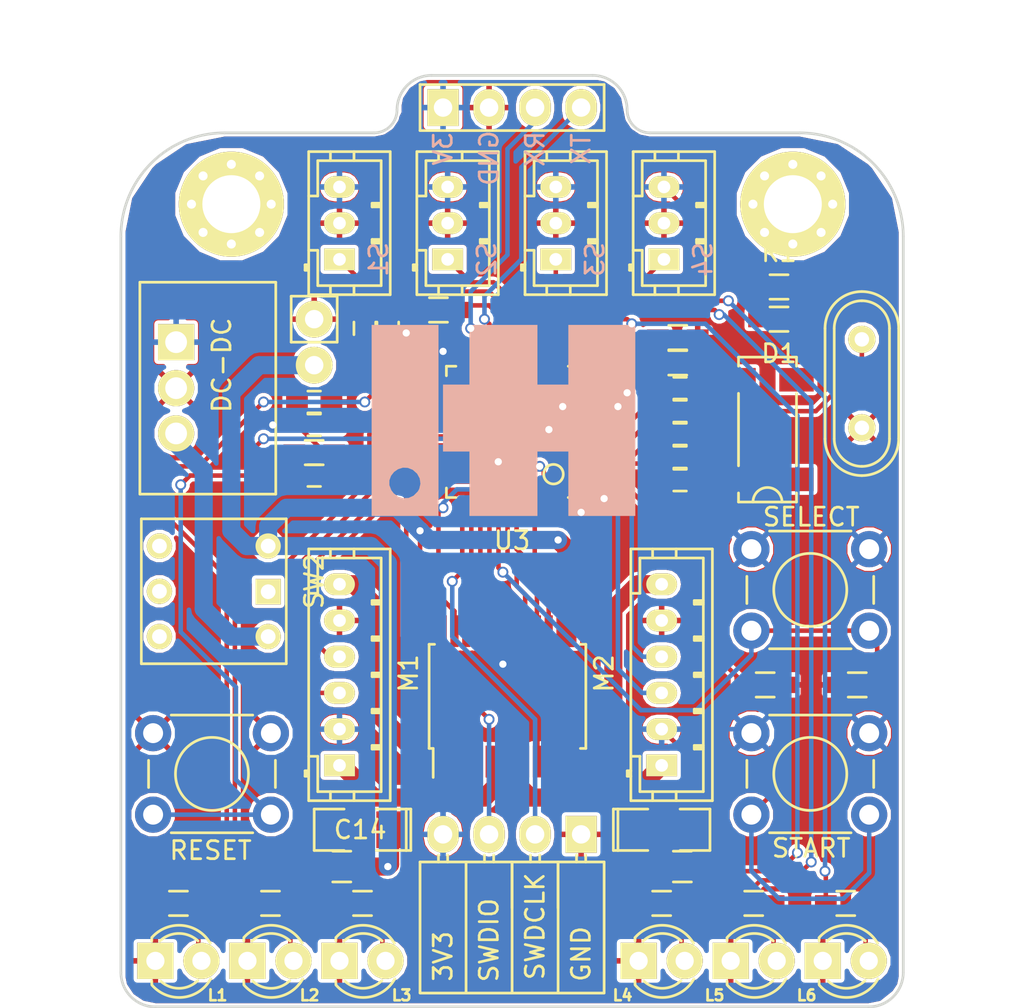
<source format=kicad_pcb>
(kicad_pcb (version 4) (host pcbnew 4.0.4+dfsg1-stable)
  (layers (0 F.Cu signal) (31 B.Cu signal) (34 B.Paste user hide) (35 F.Paste user hide) (36 B.SilkS user hide) (37 F.SilkS user) (38 B.Mask user) (39 F.Mask user) (44 Edge.Cuts user))
  (net 0 "")
  (net 1 +3V3)
  (net 2 GND)
  (net 3 +BATT)
  (net 4 /RESET)
  (net 5 /OSC32IN)
  (net 6 /OSC32OUT)
  (net 7 /OSCIN)
  (net 8 "Net-(D2-Pad2)")
  (net 9 "Net-(D3-Pad2)")
  (net 10 "Net-(D4-Pad2)")
  (net 11 "Net-(D5-Pad2)")
  (net 12 /OSCOUT)
  (net 13 /IR1)
  (net 14 /IR2)
  (net 15 /IR3)
  (net 16 /IR4)
  (net 17 /M_A02)
  (net 18 /ENC1A)
  (net 19 /ENC1B)
  (net 20 /M_A01)
  (net 21 /M_B02)
  (net 22 /ENC2A)
  (net 23 /ENC2B)
  (net 24 /M_B01)
  (net 25 /SWDCLK)
  (net 26 /SWDIO)
  (net 27 /LED0)
  (net 28 /LED1)
  (net 29 /LED2)
  (net 30 /LED3)
  (net 31 /UB_SELECT)
  (net 32 /UB_START)
  (net 33 /BOOT1)
  (net 34 /BOOT0)
  (net 35 /M_PWMB)
  (net 36 /M_BIN2)
  (net 37 /M_BIN1)
  (net 38 /M_STBY)
  (net 39 /M_AIN2)
  (net 40 /M_AIN1)
  (net 41 /M_PWMA)
  (net 42 "Net-(D6-Pad2)")
  (net 43 "Net-(D7-Pad2)")
  (net 44 /LED4)
  (net 45 /LED5)
  (net 46 "Net-(U3-Pad12)")
  (net 47 "Net-(U3-Pad25)")
  (net 48 "Net-(U3-Pad31)")
  (net 49 "Net-(U3-Pad32)")
  (net 50 "Net-(U3-Pad33)")
  (net 51 "Net-(SW2-Pad1)")
  (net 52 "Net-(SW2-Pad2)")
  (net 53 "Net-(C7-Pad2)")
  (net 54 "Net-(C8-Pad1)")
  (net 55 "Net-(C9-Pad2)")
  (net 56 /RX3)
  (net 57 /TX3)
  (net 58 "Net-(D1-Pad2)")
  (module Crystals:Crystal_HC49-U_Vertical (layer F.Cu) (at 75.946 42.926 270)
    (fp_text reference "" (at 0 -3.81 270) (layer F.SilkS))
    (fp_text value 8MHz)
    (pad 1 thru_hole circle (at -2.44094 0 270) (size 1.50114 1.50114) (drill 0.8001) (layers *.Cu *.Mask F.SilkS) (net 53 "Net-(C7-Pad2)"))
    (pad 2 thru_hole circle (at 2.44094 0 270) (size 1.50114 1.50114) (drill 0.8001) (layers *.Cu *.Mask F.SilkS) (net 2 GND))
  )
  (module Buttons_Switches_ThroughHole:SW_PUSH_x2 (layer F.Cu) (at 43.18 56.896 90)
    (fp_text reference SW2 (at 3.048 2.54 90) (layer F.SilkS))
    (fp_text value SWITCH_INV)
    (pad 1 thru_hole rect (at 2.4765 0 90) (size 1.397 1.397) (drill 0.8128) (layers *.Cu *.Mask F.SilkS) (net 51 "Net-(SW2-Pad1)"))
    (pad 2 thru_hole circle (at 0 0 90) (size 1.397 1.397) (drill 0.8128) (layers *.Cu *.Mask F.SilkS) (net 52 "Net-(SW2-Pad2)"))
    (pad 3 thru_hole circle (at 5 0 90) (size 1.397 1.397) (drill 0.8128) (layers *.Cu *.Mask F.SilkS) (net 3 +BATT))
    (pad 4 thru_hole circle (at 5 -6 90) (size 1.397 1.397) (drill 0.8128) (layers *.Cu *.Mask F.SilkS))
    (pad 5 thru_hole circle (at 2.5 -6 90) (size 1.397 1.397) (drill 0.8128) (layers *.Cu *.Mask F.SilkS))
    (pad 6 thru_hole circle (at 0 -6 90) (size 1.397 1.397) (drill 0.8128) (layers *.Cu *.Mask F.SilkS))
  )
  (module Pin_Headers:Pin_Header_Straight_1x04 (layer F.Cu) (at 52.832 27.686 90)
    (fp_text reference "" (at 5.715 3.175 90) (layer F.SilkS))
    (fp_text value CONN_01X04)
    (fp_text user TX (at -2.286 7.62 90) (layer B.SilkS) (effects (justify mirror)))
    (fp_text user RX (at -2.286 5.08 90) (layer B.SilkS) (effects (justify mirror)))
    (fp_text user GND (at -2.794 2.54 90) (layer B.SilkS) (effects (justify mirror)))
    (fp_text user 3V (at -2.286 0 90) (layer B.SilkS) (effects (justify mirror)))
    (pad 1 thru_hole rect (at 0 0 90) (size 2.032 1.7272) (drill 1.016) (layers *.Cu *.Mask F.SilkS) (net 1 +3V3))
    (pad 2 thru_hole oval (at 0 2.54 90) (size 2.032 1.7272) (drill 1.016) (layers *.Cu *.Mask F.SilkS) (net 2 GND))
    (pad 3 thru_hole oval (at 0 5.08 90) (size 2.032 1.7272) (drill 1.016) (layers *.Cu *.Mask F.SilkS) (net 56 /RX3))
    (pad 4 thru_hole oval (at 0 7.62 90) (size 2.032 1.7272) (drill 1.016) (layers *.Cu *.Mask F.SilkS) (net 57 /TX3))
  )
  (module LOGO (layer B.Cu) (at 56.134 44.958)
    (fp_text reference G*** hide)
    (fp_text value LOGO hide)
  )
  (module Capacitors_SMD:C_0603_HandSoldering (layer F.Cu) (at 45.72 48.006)
    (fp_text reference "" (at 0 -1.9) (layer F.SilkS))
    (fp_text value C)
    (pad 1 smd rect (at -0.95 0) (size 1.2 0.75) (layers F.Cu F.Paste F.Mask) (net 4 /RESET))
    (pad 2 smd rect (at 0.95 0) (size 1.2 0.75) (layers F.Cu F.Paste F.Mask) (net 2 GND))
  )
  (module Connectors_JST:JST_PH_B3B-PH-K_03x2.00mm_Straight (layer F.Cu) (at 59.055 36.068 90)
    (fp_text reference S3 (at 0 2.159 90) (layer B.SilkS) (effects (justify mirror)))
    (fp_text value SIDE_RIGHT_IR)
    (pad 1 thru_hole rect (at 0 0 90) (size 1.2 1.7) (drill 0.7) (layers *.Cu *.Mask F.SilkS) (net 15 /IR3))
    (pad 2 thru_hole oval (at 2 0 90) (size 1.2 1.7) (drill 0.7) (layers *.Cu *.Mask F.SilkS) (net 2 GND))
    (pad 3 thru_hole oval (at 4 0 90) (size 1.2 1.7) (drill 0.7) (layers *.Cu *.Mask F.SilkS) (net 1 +3V3))
  )
  (module Buttons_Switches_ThroughHole:SW_PUSH_6mm (layer F.Cu) (at 36.83 62.23)
    (fp_text reference RESET (at 3.175 6.477) (layer F.SilkS))
    (fp_text value SW_PUSH_SMALL_H)
    (pad 2 thru_hole circle (at 0 4.5 90) (size 2 2) (drill 1.1) (layers *.Cu *.Mask) (net 4 /RESET))
    (pad 1 thru_hole circle (at 0 0 90) (size 2 2) (drill 1.1) (layers *.Cu *.Mask) (net 2 GND))
    (pad 2 thru_hole circle (at 6.5 4.5 90) (size 2 2) (drill 1.1) (layers *.Cu *.Mask) (net 4 /RESET))
    (pad 1 thru_hole circle (at 6.5 0 90) (size 2 2) (drill 1.1) (layers *.Cu *.Mask) (net 2 GND))
  )
  (module Socket_Strips:Socket_Strip_Straight_1x02 (layer F.Cu) (at 45.72 41.91 90)
    (fp_text reference DC-DC (at 0 -5.1 90) (layer F.SilkS))
    (fp_text value CONN_01X02)
    (pad 1 thru_hole circle (at 0 0 90) (size 2.032 2.032) (drill 1.016) (layers *.Cu *.Mask F.SilkS) (net 3 +BATT))
    (pad 2 thru_hole oval (at 2.54 0 90) (size 2.032 2.032) (drill 1.016) (layers *.Cu *.Mask F.SilkS) (net 2 GND))
  )
  (module Pin_Headers:Pin_Header_Angled_1x04 (layer F.Cu) (at 60.452 67.818 270)
    (fp_text reference "" (at 0 -5.1 270) (layer F.SilkS))
    (fp_text value JTAG)
    (fp_text user SWDCLK (at 5.08 2.54 270) (layer F.SilkS))
    (fp_text user 3V3 (at 6.731 7.62 270) (layer F.SilkS))
    (fp_text user SWDIO (at 5.842 5.08 270) (layer F.SilkS))
    (fp_text user GND (at 6.604 0 270) (layer F.SilkS))
    (pad 1 thru_hole rect (at 0 0 270) (size 2.032 1.7272) (drill 1.016) (layers *.Cu *.Mask F.SilkS) (net 2 GND))
    (pad 2 thru_hole oval (at 0 2.54 270) (size 2.032 1.7272) (drill 1.016) (layers *.Cu *.Mask F.SilkS) (net 25 /SWDCLK))
    (pad 3 thru_hole oval (at 0 5.08 270) (size 2.032 1.7272) (drill 1.016) (layers *.Cu *.Mask F.SilkS) (net 26 /SWDIO))
    (pad 4 thru_hole oval (at 0 7.62 270) (size 2.032 1.7272) (drill 1.016) (layers *.Cu *.Mask F.SilkS) (net 1 +3V3))
  )
  (module Mounting_Holes:MountingHole_3.2mm_M3_Pad_Via (layer F.Cu) (at 41.148 33.02)
    (fp_text reference "" (at 0 -4.2) (layer F.SilkS))
    (fp_text value MountingHole_3.2mm_M3_Pad_Via)
    (pad 1 thru_hole circle (at 0 0) (size 5.8 5.8) (drill 3.2) (layers *.Cu *.Mask F.SilkS))
    (pad "" thru_hole circle (at 2.2 0) (size 0.6 0.6) (drill 0.5) (layers *.Cu *.Mask))
    (pad "" thru_hole circle (at 1.56 1.56) (size 0.6 0.6) (drill 0.5) (layers *.Cu *.Mask))
    (pad "" thru_hole circle (at 0 2.2) (size 0.6 0.6) (drill 0.5) (layers *.Cu *.Mask))
    (pad "" thru_hole circle (at -1.56 1.56) (size 0.6 0.6) (drill 0.5) (layers *.Cu *.Mask))
    (pad "" thru_hole circle (at -2.2 0) (size 0.6 0.6) (drill 0.5) (layers *.Cu *.Mask))
    (pad "" thru_hole circle (at -1.56 -1.56) (size 0.6 0.6) (drill 0.5) (layers *.Cu *.Mask))
    (pad "" thru_hole circle (at 0 -2.2) (size 0.6 0.6) (drill 0.5) (layers *.Cu *.Mask))
    (pad "" thru_hole circle (at 1.56 -1.56) (size 0.6 0.6) (drill 0.5) (layers *.Cu *.Mask))
  )
  (module LEDs:LED-3MM (layer F.Cu) (at 63.627 74.803)
    (fp_text reference L4 (at -0.889 1.905) (layer F.SilkS) (effects (font (size 0.6 0.6))))
    (fp_text value LED_3)
    (fp_text user "" (at -1.69 1.74) (layer F.SilkS))
    (pad 1 thru_hole rect (at 0 0 90) (size 2 2) (drill 1.00076) (layers *.Cu *.Mask F.SilkS) (net 2 GND))
    (pad 2 thru_hole circle (at 2.54 0) (size 2 2) (drill 1.00076) (layers *.Cu *.Mask F.SilkS) (net 11 "Net-(D5-Pad2)"))
  )
  (module Housings_SSOP:SSOP-24_5.3x8.2mm_Pitch0.65mm (layer F.Cu) (at 56.388 60.198 90)
    (fp_text reference "" (at 0 -5.25 90) (layer F.SilkS))
    (fp_text value TB6612FNG)
    (pad 4 smd rect (at -3.61016 -1.62476 90) (size 1.75 0.45) (layers F.Cu F.Paste F.Mask) (net 2 GND))
    (pad 10 smd rect (at -3.61016 2.27524 90) (size 1.75 0.45) (layers F.Cu F.Paste F.Mask) (net 2 GND))
    (pad 2 smd rect (at -3.60172 -3.2512 90) (size 1.75 1.1) (layers F.Cu F.Paste F.Mask) (net 20 /M_A01))
    (pad 6 smd rect (at -3.60172 -0.65024 90) (size 1.75 1.1) (layers F.Cu F.Paste F.Mask) (net 17 /M_A02))
    (pad 8 smd rect (at -3.60172 0.64516 90) (size 1.75 1.1) (layers F.Cu F.Paste F.Mask) (net 21 /M_B02))
    (pad 12 smd rect (at -3.6068 3.2512 90) (size 1.75 1.1) (layers F.Cu F.Paste F.Mask) (net 24 /M_B01))
    (pad 1 smd rect (at -3.6 -3.575 90) (size 1.75 0.45) (layers F.Cu F.Paste F.Mask) (net 20 /M_A01))
    (pad 3 smd rect (at -3.6 -2.275 90) (size 1.75 0.45) (layers F.Cu F.Paste F.Mask) (net 2 GND))
    (pad 5 smd rect (at -3.6 -0.975 90) (size 1.75 0.45) (layers F.Cu F.Paste F.Mask) (net 17 /M_A02))
    (pad 7 smd rect (at -3.6 0.325 90) (size 1.75 0.45) (layers F.Cu F.Paste F.Mask) (net 21 /M_B02))
    (pad 9 smd rect (at -3.6 1.625 90) (size 1.75 0.45) (layers F.Cu F.Paste F.Mask) (net 2 GND))
    (pad 11 smd rect (at -3.6 2.925 90) (size 1.75 0.45) (layers F.Cu F.Paste F.Mask) (net 24 /M_B01))
    (pad 13 smd rect (at 3.6 3.575 90) (size 1.75 0.45) (layers F.Cu F.Paste F.Mask) (net 3 +BATT))
    (pad 15 smd rect (at 3.6 2.275 90) (size 1.75 0.45) (layers F.Cu F.Paste F.Mask) (net 35 /M_PWMB))
    (pad 16 smd rect (at 3.6 1.625 90) (size 1.75 0.45) (layers F.Cu F.Paste F.Mask) (net 36 /M_BIN2))
    (pad 17 smd rect (at 3.6 0.975 90) (size 1.75 0.45) (layers F.Cu F.Paste F.Mask) (net 37 /M_BIN1))
    (pad 18 smd rect (at 3.6 0.325 90) (size 1.75 0.45) (layers F.Cu F.Paste F.Mask) (net 2 GND))
    (pad 19 smd rect (at 3.6 -0.325 90) (size 1.75 0.45) (layers F.Cu F.Paste F.Mask) (net 38 /M_STBY))
    (pad 20 smd rect (at 3.6 -0.975 90) (size 1.75 0.45) (layers F.Cu F.Paste F.Mask) (net 1 +3V3))
    (pad 21 smd rect (at 3.6 -1.625 90) (size 1.75 0.45) (layers F.Cu F.Paste F.Mask) (net 40 /M_AIN1))
    (pad 22 smd rect (at 3.6 -2.275 90) (size 1.75 0.45) (layers F.Cu F.Paste F.Mask) (net 39 /M_AIN2))
    (pad 23 smd rect (at 3.6 -2.925 90) (size 1.75 0.45) (layers F.Cu F.Paste F.Mask) (net 41 /M_PWMA))
    (pad 24 smd rect (at 3.6 -3.575 90) (size 1.75 0.45) (layers F.Cu F.Paste F.Mask) (net 3 +BATT))
    (pad 14 smd rect (at 3.5941 3.2512 90) (size 1.75 1.1) (layers F.Cu F.Paste F.Mask) (net 3 +BATT))
  )
  (module Housings_QFP:LQFP-48_7x7mm_Pitch0.5mm (layer F.Cu) (at 56.642 45.593 180)
    (fp_text reference U3 (at 0 -6 180) (layer F.SilkS))
    (fp_text value STM32F103C8T6)
    (pad 1 smd rect (at -4.35 -2.75 180) (size 1.3 0.25) (layers F.Cu F.Paste F.Mask) (net 1 +3V3))
    (pad 2 smd rect (at -4.35 -2.25 180) (size 1.3 0.25) (layers F.Cu F.Paste F.Mask) (net 32 /UB_START))
    (pad 3 smd rect (at -4.35 -1.75 180) (size 1.3 0.25) (layers F.Cu F.Paste F.Mask) (net 5 /OSC32IN))
    (pad 4 smd rect (at -4.35 -1.25 180) (size 1.3 0.25) (layers F.Cu F.Paste F.Mask) (net 6 /OSC32OUT))
    (pad 5 smd rect (at -4.35 -0.75 180) (size 1.3 0.25) (layers F.Cu F.Paste F.Mask) (net 7 /OSCIN))
    (pad 6 smd rect (at -4.35 -0.25 180) (size 1.3 0.25) (layers F.Cu F.Paste F.Mask) (net 12 /OSCOUT))
    (pad 7 smd rect (at -4.35 0.25 180) (size 1.3 0.25) (layers F.Cu F.Paste F.Mask) (net 4 /RESET))
    (pad 8 smd rect (at -4.35 0.75 180) (size 1.3 0.25) (layers F.Cu F.Paste F.Mask) (net 2 GND))
    (pad 9 smd rect (at -4.35 1.25 180) (size 1.3 0.25) (layers F.Cu F.Paste F.Mask) (net 1 +3V3))
    (pad 10 smd rect (at -4.35 1.75 180) (size 1.3 0.25) (layers F.Cu F.Paste F.Mask) (net 22 /ENC2A))
    (pad 11 smd rect (at -4.35 2.25 180) (size 1.3 0.25) (layers F.Cu F.Paste F.Mask) (net 23 /ENC2B))
    (pad 12 smd rect (at -4.35 2.75 180) (size 1.3 0.25) (layers F.Cu F.Paste F.Mask) (net 46 "Net-(U3-Pad12)"))
    (pad 13 smd rect (at -2.75 4.35 270) (size 1.3 0.25) (layers F.Cu F.Paste F.Mask) (net 30 /LED3))
    (pad 14 smd rect (at -2.25 4.35 270) (size 1.3 0.25) (layers F.Cu F.Paste F.Mask) (net 44 /LED4))
    (pad 15 smd rect (at -1.75 4.35 270) (size 1.3 0.25) (layers F.Cu F.Paste F.Mask) (net 45 /LED5))
    (pad 16 smd rect (at -1.25 4.35 270) (size 1.3 0.25) (layers F.Cu F.Paste F.Mask) (net 16 /IR4))
    (pad 17 smd rect (at -0.75 4.35 270) (size 1.3 0.25) (layers F.Cu F.Paste F.Mask) (net 15 /IR3))
    (pad 18 smd rect (at -0.25 4.35 270) (size 1.3 0.25) (layers F.Cu F.Paste F.Mask) (net 14 /IR2))
    (pad 19 smd rect (at 0.25 4.35 270) (size 1.3 0.25) (layers F.Cu F.Paste F.Mask) (net 13 /IR1))
    (pad 20 smd rect (at 0.75 4.35 270) (size 1.3 0.25) (layers F.Cu F.Paste F.Mask) (net 33 /BOOT1))
    (pad 21 smd rect (at 1.25 4.35 270) (size 1.3 0.25) (layers F.Cu F.Paste F.Mask) (net 57 /TX3))
    (pad 22 smd rect (at 1.75 4.35 270) (size 1.3 0.25) (layers F.Cu F.Paste F.Mask) (net 56 /RX3))
    (pad 23 smd rect (at 2.25 4.35 270) (size 1.3 0.25) (layers F.Cu F.Paste F.Mask) (net 2 GND))
    (pad 24 smd rect (at 2.75 4.35 270) (size 1.3 0.25) (layers F.Cu F.Paste F.Mask) (net 1 +3V3))
    (pad 25 smd rect (at 4.35 2.75 180) (size 1.3 0.25) (layers F.Cu F.Paste F.Mask) (net 47 "Net-(U3-Pad25)"))
    (pad 26 smd rect (at 4.35 2.25 180) (size 1.3 0.25) (layers F.Cu F.Paste F.Mask) (net 27 /LED0))
    (pad 27 smd rect (at 4.35 1.75 180) (size 1.3 0.25) (layers F.Cu F.Paste F.Mask) (net 28 /LED1))
    (pad 28 smd rect (at 4.35 1.25 180) (size 1.3 0.25) (layers F.Cu F.Paste F.Mask) (net 29 /LED2))
    (pad 29 smd rect (at 4.35 0.75 180) (size 1.3 0.25) (layers F.Cu F.Paste F.Mask) (net 18 /ENC1A))
    (pad 30 smd rect (at 4.35 0.25 180) (size 1.3 0.25) (layers F.Cu F.Paste F.Mask) (net 19 /ENC1B))
    (pad 31 smd rect (at 4.35 -0.25 180) (size 1.3 0.25) (layers F.Cu F.Paste F.Mask) (net 48 "Net-(U3-Pad31)"))
    (pad 32 smd rect (at 4.35 -0.75 180) (size 1.3 0.25) (layers F.Cu F.Paste F.Mask) (net 49 "Net-(U3-Pad32)"))
    (pad 33 smd rect (at 4.35 -1.25 180) (size 1.3 0.25) (layers F.Cu F.Paste F.Mask) (net 50 "Net-(U3-Pad33)"))
    (pad 34 smd rect (at 4.35 -1.75 180) (size 1.3 0.25) (layers F.Cu F.Paste F.Mask) (net 26 /SWDIO))
    (pad 35 smd rect (at 4.35 -2.25 180) (size 1.3 0.25) (layers F.Cu F.Paste F.Mask) (net 2 GND))
    (pad 36 smd rect (at 4.35 -2.75 180) (size 1.3 0.25) (layers F.Cu F.Paste F.Mask) (net 1 +3V3))
    (pad 37 smd rect (at 2.75 -4.35 270) (size 1.3 0.25) (layers F.Cu F.Paste F.Mask) (net 25 /SWDCLK))
    (pad 38 smd rect (at 2.25 -4.35 270) (size 1.3 0.25) (layers F.Cu F.Paste F.Mask) (net 39 /M_AIN2))
    (pad 39 smd rect (at 1.75 -4.35 270) (size 1.3 0.25) (layers F.Cu F.Paste F.Mask) (net 40 /M_AIN1))
    (pad 40 smd rect (at 1.25 -4.35 270) (size 1.3 0.25) (layers F.Cu F.Paste F.Mask) (net 38 /M_STBY))
    (pad 41 smd rect (at 0.75 -4.35 270) (size 1.3 0.25) (layers F.Cu F.Paste F.Mask) (net 31 /UB_SELECT))
    (pad 42 smd rect (at 0.25 -4.35 270) (size 1.3 0.25) (layers F.Cu F.Paste F.Mask) (net 37 /M_BIN1))
    (pad 43 smd rect (at -0.25 -4.35 270) (size 1.3 0.25) (layers F.Cu F.Paste F.Mask) (net 36 /M_BIN2))
    (pad 44 smd rect (at -0.75 -4.35 270) (size 1.3 0.25) (layers F.Cu F.Paste F.Mask) (net 34 /BOOT0))
    (pad 45 smd rect (at -1.25 -4.35 270) (size 1.3 0.25) (layers F.Cu F.Paste F.Mask) (net 35 /M_PWMB))
    (pad 46 smd rect (at -1.75 -4.35 270) (size 1.3 0.25) (layers F.Cu F.Paste F.Mask) (net 41 /M_PWMA))
    (pad 47 smd rect (at -2.25 -4.35 270) (size 1.3 0.25) (layers F.Cu F.Paste F.Mask) (net 2 GND))
    (pad 48 smd rect (at -2.75 -4.35 270) (size 1.3 0.25) (layers F.Cu F.Paste F.Mask) (net 1 +3V3))
  )
  (module Crystals:Crystal_MC-306 (layer F.Cu) (at 70.739 45.466 90)
    (fp_text reference "" (at 0 -3.7 90) (layer F.SilkS))
    (fp_text value 32.768kHz)
    (pad 1 smd rect (at -2.75 1.6 90) (size 1.3 1.9) (layers F.Cu F.Paste F.Mask) (net 55 "Net-(C9-Pad2)"))
    (pad "" smd rect (at 2.75 1.6 90) (size 1.3 1.9) (layers F.Cu F.Paste F.Mask))
    (pad "" smd rect (at 2.75 -1.6 90) (size 1.3 1.9) (layers F.Cu F.Paste F.Mask))
    (pad 2 smd rect (at -2.75 -1.6 90) (size 1.3 1.9) (layers F.Cu F.Paste F.Mask) (net 2 GND))
  )
  (module custom-lib:TR05S3V3 (layer F.Cu) (at 38.1 43.18 270)
    (fp_text reference "" (at 0 -3.556 270) (layer F.SilkS))
    (fp_text value TR05S3V3)
    (pad VO thru_hole rect (at -2.54 0 270) (size 2 2) (drill 1.2) (layers *.Cu *.Mask F.SilkS) (net 1 +3V3))
    (pad GND thru_hole circle (at 0 0 270) (size 2 2) (drill 1.2) (layers *.Cu *.Mask F.SilkS) (net 2 GND))
    (pad VI thru_hole circle (at 2.5 0 270) (size 2 2) (drill 1.2) (layers *.Cu *.Mask F.SilkS) (net 52 "Net-(SW2-Pad2)"))
  )
  (module Mounting_Holes:MountingHole_3.2mm_M3_Pad_Via (layer F.Cu) (at 72.136 33.02)
    (fp_text reference "" (at 0 -4.2) (layer F.SilkS))
    (fp_text value MountingHole_3.2mm_M3_Pad_Via)
    (pad 1 thru_hole circle (at 0 0) (size 5.8 5.8) (drill 3.2) (layers *.Cu *.Mask F.SilkS))
    (pad "" thru_hole circle (at 2.2 0) (size 0.6 0.6) (drill 0.5) (layers *.Cu *.Mask))
    (pad "" thru_hole circle (at 1.56 1.56) (size 0.6 0.6) (drill 0.5) (layers *.Cu *.Mask))
    (pad "" thru_hole circle (at 0 2.2) (size 0.6 0.6) (drill 0.5) (layers *.Cu *.Mask))
    (pad "" thru_hole circle (at -1.56 1.56) (size 0.6 0.6) (drill 0.5) (layers *.Cu *.Mask))
    (pad "" thru_hole circle (at -2.2 0) (size 0.6 0.6) (drill 0.5) (layers *.Cu *.Mask))
    (pad "" thru_hole circle (at -1.56 -1.56) (size 0.6 0.6) (drill 0.5) (layers *.Cu *.Mask))
    (pad "" thru_hole circle (at 0 -2.2) (size 0.6 0.6) (drill 0.5) (layers *.Cu *.Mask))
    (pad "" thru_hole circle (at 1.56 -1.56) (size 0.6 0.6) (drill 0.5) (layers *.Cu *.Mask))
  )
  (module Resistors_SMD:R_0603_HandSoldering (layer F.Cu) (at 45.72 46.736 180)
    (fp_text reference "" (at 0 -1.9 180) (layer F.SilkS))
    (fp_text value 10k)
    (pad 1 smd rect (at -1.1 0 180) (size 1.2 0.9) (layers F.Cu F.Paste F.Mask) (net 1 +3V3))
    (pad 2 smd rect (at 1.1 0 180) (size 1.2 0.9) (layers F.Cu F.Paste F.Mask) (net 4 /RESET))
  )
  (module Resistors_SMD:R_0603_HandSoldering (layer F.Cu) (at 38.227 71.628)
    (fp_text reference "" (at 0 -1.9) (layer F.SilkS))
    (fp_text value 100)
    (pad 1 smd rect (at -1.1 0) (size 1.2 0.9) (layers F.Cu F.Paste F.Mask) (net 27 /LED0))
    (pad 2 smd rect (at 1.1 0) (size 1.2 0.9) (layers F.Cu F.Paste F.Mask) (net 8 "Net-(D2-Pad2)"))
  )
  (module Resistors_SMD:R_0603_HandSoldering (layer F.Cu) (at 43.307 71.628)
    (fp_text reference "" (at 0 -1.9) (layer F.SilkS))
    (fp_text value 100)
    (pad 1 smd rect (at -1.1 0) (size 1.2 0.9) (layers F.Cu F.Paste F.Mask) (net 28 /LED1))
    (pad 2 smd rect (at 1.1 0) (size 1.2 0.9) (layers F.Cu F.Paste F.Mask) (net 9 "Net-(D3-Pad2)"))
  )
  (module Resistors_SMD:R_0603_HandSoldering (layer F.Cu) (at 48.387 71.628)
    (fp_text reference "" (at 0 -1.9) (layer F.SilkS))
    (fp_text value 100)
    (pad 1 smd rect (at -1.1 0) (size 1.2 0.9) (layers F.Cu F.Paste F.Mask) (net 29 /LED2))
    (pad 2 smd rect (at 1.1 0) (size 1.2 0.9) (layers F.Cu F.Paste F.Mask) (net 10 "Net-(D4-Pad2)"))
  )
  (module Resistors_SMD:R_0603_HandSoldering (layer F.Cu) (at 64.897 71.628)
    (fp_text reference "" (at 0 -1.9) (layer F.SilkS))
    (fp_text value 100)
    (pad 1 smd rect (at -1.1 0) (size 1.2 0.9) (layers F.Cu F.Paste F.Mask) (net 30 /LED3))
    (pad 2 smd rect (at 1.1 0) (size 1.2 0.9) (layers F.Cu F.Paste F.Mask) (net 11 "Net-(D5-Pad2)"))
  )
  (module Resistors_SMD:R_0603_HandSoldering (layer F.Cu) (at 75.692 59.563)
    (fp_text reference "" (at 0 -1.9) (layer F.SilkS))
    (fp_text value 10k)
    (pad 1 smd rect (at -1.1 0) (size 1.2 0.9) (layers F.Cu F.Paste F.Mask) (net 2 GND))
    (pad 2 smd rect (at 1.1 0) (size 1.2 0.9) (layers F.Cu F.Paste F.Mask) (net 31 /UB_SELECT))
  )
  (module Resistors_SMD:R_0603_HandSoldering (layer F.Cu) (at 70.612 59.563 180)
    (fp_text reference "" (at 0 -1.9 180) (layer F.SilkS))
    (fp_text value 10k)
    (pad 1 smd rect (at -1.1 0 180) (size 1.2 0.9) (layers F.Cu F.Paste F.Mask) (net 2 GND))
    (pad 2 smd rect (at 1.1 0 180) (size 1.2 0.9) (layers F.Cu F.Paste F.Mask) (net 32 /UB_START))
  )
  (module Resistors_SMD:R_0603_HandSoldering (layer F.Cu) (at 65.786 40.386)
    (fp_text reference "" (at -1.651 -1.143) (layer F.SilkS))
    (fp_text value 100k)
    (pad 1 smd rect (at -1.1 0) (size 1.2 0.9) (layers F.Cu F.Paste F.Mask) (net 34 /BOOT0))
    (pad 2 smd rect (at 1.1 0) (size 1.2 0.9) (layers F.Cu F.Paste F.Mask) (net 2 GND))
  )
  (module Buttons_Switches_ThroughHole:SW_PUSH_6mm (layer F.Cu) (at 69.85 52.07)
    (fp_text reference SELECT (at 3.302 -1.778) (layer F.SilkS))
    (fp_text value SELECT_BUTTON)
    (pad 2 thru_hole circle (at 0 4.5 90) (size 2 2) (drill 1.1) (layers *.Cu *.Mask) (net 31 /UB_SELECT))
    (pad 1 thru_hole circle (at 0 0 90) (size 2 2) (drill 1.1) (layers *.Cu *.Mask) (net 1 +3V3))
    (pad 2 thru_hole circle (at 6.5 4.5 90) (size 2 2) (drill 1.1) (layers *.Cu *.Mask) (net 31 /UB_SELECT))
    (pad 1 thru_hole circle (at 6.5 0 90) (size 2 2) (drill 1.1) (layers *.Cu *.Mask) (net 1 +3V3))
  )
  (module Buttons_Switches_ThroughHole:SW_PUSH_6mm (layer F.Cu) (at 69.85 62.23)
    (fp_text reference START (at 3.302 6.35) (layer F.SilkS))
    (fp_text value START_BUTTON)
    (pad 2 thru_hole circle (at 0 4.5 90) (size 2 2) (drill 1.1) (layers *.Cu *.Mask) (net 32 /UB_START))
    (pad 1 thru_hole circle (at 0 0 90) (size 2 2) (drill 1.1) (layers *.Cu *.Mask) (net 1 +3V3))
    (pad 2 thru_hole circle (at 6.5 4.5 90) (size 2 2) (drill 1.1) (layers *.Cu *.Mask) (net 32 /UB_START))
    (pad 1 thru_hole circle (at 6.5 0 90) (size 2 2) (drill 1.1) (layers *.Cu *.Mask) (net 1 +3V3))
  )
  (module Connectors_JST:JST_PH_B6B-PH-K_06x2.00mm_Straight (layer F.Cu) (at 47.117 64.008 90)
    (fp_text reference M1 (at 5.08 3.81 90) (layer F.SilkS))
    (fp_text value LEFT_MOTOR)
    (pad 1 thru_hole rect (at 0 0 90) (size 1.2 1.7) (drill 0.7) (layers *.Cu *.Mask F.SilkS) (net 17 /M_A02))
    (pad 2 thru_hole oval (at 2 0 90) (size 1.2 1.7) (drill 0.7) (layers *.Cu *.Mask F.SilkS) (net 1 +3V3))
    (pad 3 thru_hole oval (at 4 0 90) (size 1.2 1.7) (drill 0.7) (layers *.Cu *.Mask F.SilkS) (net 18 /ENC1A))
    (pad 4 thru_hole oval (at 6 0 90) (size 1.2 1.7) (drill 0.7) (layers *.Cu *.Mask F.SilkS) (net 19 /ENC1B))
    (pad 5 thru_hole oval (at 8 0 90) (size 1.2 1.7) (drill 0.7) (layers *.Cu *.Mask F.SilkS) (net 2 GND))
    (pad 6 thru_hole oval (at 10 0 90) (size 1.2 1.7) (drill 0.7) (layers *.Cu *.Mask F.SilkS) (net 20 /M_A01))
  )
  (module Connectors_JST:JST_PH_B6B-PH-K_06x2.00mm_Straight (layer F.Cu) (at 64.897 64.008 90)
    (fp_text reference M2 (at 5.08 -3.175 90) (layer F.SilkS))
    (fp_text value RIGHT_MOTOR)
    (pad 1 thru_hole rect (at 0 0 90) (size 1.2 1.7) (drill 0.7) (layers *.Cu *.Mask F.SilkS) (net 21 /M_B02))
    (pad 2 thru_hole oval (at 2 0 90) (size 1.2 1.7) (drill 0.7) (layers *.Cu *.Mask F.SilkS) (net 1 +3V3))
    (pad 3 thru_hole oval (at 4 0 90) (size 1.2 1.7) (drill 0.7) (layers *.Cu *.Mask F.SilkS) (net 22 /ENC2A))
    (pad 4 thru_hole oval (at 6 0 90) (size 1.2 1.7) (drill 0.7) (layers *.Cu *.Mask F.SilkS) (net 23 /ENC2B))
    (pad 5 thru_hole oval (at 8 0 90) (size 1.2 1.7) (drill 0.7) (layers *.Cu *.Mask F.SilkS) (net 2 GND))
    (pad 6 thru_hole oval (at 10 0 90) (size 1.2 1.7) (drill 0.7) (layers *.Cu *.Mask F.SilkS) (net 24 /M_B01))
  )
  (module Connectors_JST:JST_PH_B3B-PH-K_03x2.00mm_Straight (layer F.Cu) (at 53.086 36.068 90)
    (fp_text reference S2 (at 0 2.159 90) (layer B.SilkS) (effects (justify mirror)))
    (fp_text value SIDE_LEFT_IR)
    (pad 1 thru_hole rect (at 0 0 90) (size 1.2 1.7) (drill 0.7) (layers *.Cu *.Mask F.SilkS) (net 14 /IR2))
    (pad 2 thru_hole oval (at 2 0 90) (size 1.2 1.7) (drill 0.7) (layers *.Cu *.Mask F.SilkS) (net 2 GND))
    (pad 3 thru_hole oval (at 4 0 90) (size 1.2 1.7) (drill 0.7) (layers *.Cu *.Mask F.SilkS) (net 1 +3V3))
  )
  (module Connectors_JST:JST_PH_B3B-PH-K_03x2.00mm_Straight (layer F.Cu) (at 65.024 36.068 90)
    (fp_text reference S4 (at 0 2.159 90) (layer B.SilkS) (effects (justify mirror)))
    (fp_text value FRONT_RIGHT_IR)
    (pad 1 thru_hole rect (at 0 0 90) (size 1.2 1.7) (drill 0.7) (layers *.Cu *.Mask F.SilkS) (net 16 /IR4))
    (pad 2 thru_hole oval (at 2 0 90) (size 1.2 1.7) (drill 0.7) (layers *.Cu *.Mask F.SilkS) (net 2 GND))
    (pad 3 thru_hole oval (at 4 0 90) (size 1.2 1.7) (drill 0.7) (layers *.Cu *.Mask F.SilkS) (net 1 +3V3))
  )
  (module Connectors_JST:JST_PH_B3B-PH-K_03x2.00mm_Straight (layer F.Cu) (at 47.117 36.068 90)
    (fp_text reference S1 (at 0 2.159 90) (layer B.SilkS) (effects (justify mirror)))
    (fp_text value FRONT_LEFT_IR)
    (pad 1 thru_hole rect (at 0 0 90) (size 1.2 1.7) (drill 0.7) (layers *.Cu *.Mask F.SilkS) (net 13 /IR1))
    (pad 2 thru_hole oval (at 2 0 90) (size 1.2 1.7) (drill 0.7) (layers *.Cu *.Mask F.SilkS) (net 2 GND))
    (pad 3 thru_hole oval (at 4 0 90) (size 1.2 1.7) (drill 0.7) (layers *.Cu *.Mask F.SilkS) (net 1 +3V3))
  )
  (module LEDs:LED-3MM (layer F.Cu) (at 47.117 74.803)
    (fp_text reference L3 (at 3.429 1.905) (layer F.SilkS) (effects (font (size 0.6 0.6))))
    (fp_text value LED_2)
    (fp_text user "" (at -1.69 1.74) (layer F.SilkS))
    (pad 1 thru_hole rect (at 0 0 90) (size 2 2) (drill 1.00076) (layers *.Cu *.Mask F.SilkS) (net 2 GND))
    (pad 2 thru_hole circle (at 2.54 0) (size 2 2) (drill 1.00076) (layers *.Cu *.Mask F.SilkS) (net 10 "Net-(D4-Pad2)"))
  )
  (module LEDs:LED-3MM (layer F.Cu) (at 42.037 74.803)
    (fp_text reference L2 (at 3.429 1.905) (layer F.SilkS) (effects (font (size 0.6 0.6))))
    (fp_text value LED_1)
    (fp_text user "" (at -1.69 1.74) (layer F.SilkS))
    (pad 1 thru_hole rect (at 0 0 90) (size 2 2) (drill 1.00076) (layers *.Cu *.Mask F.SilkS) (net 2 GND))
    (pad 2 thru_hole circle (at 2.54 0) (size 2 2) (drill 1.00076) (layers *.Cu *.Mask F.SilkS) (net 9 "Net-(D3-Pad2)"))
  )
  (module LEDs:LED-3MM (layer F.Cu) (at 36.957 74.803)
    (fp_text reference L1 (at 3.429 1.905) (layer F.SilkS) (effects (font (size 0.6 0.6))))
    (fp_text value LED_0)
    (fp_text user "" (at -1.69 1.74) (layer F.SilkS))
    (pad 1 thru_hole rect (at 0 0 90) (size 2 2) (drill 1.00076) (layers *.Cu *.Mask F.SilkS) (net 2 GND))
    (pad 2 thru_hole circle (at 2.54 0) (size 2 2) (drill 1.00076) (layers *.Cu *.Mask F.SilkS) (net 8 "Net-(D2-Pad2)"))
  )
  (module LEDs:LED-3MM (layer F.Cu) (at 68.707 74.803)
    (fp_text reference L5 (at -0.889 1.905) (layer F.SilkS) (effects (font (size 0.6 0.6))))
    (fp_text value LED_4)
    (fp_text user "" (at -1.69 1.74) (layer F.SilkS))
    (pad 1 thru_hole rect (at 0 0 90) (size 2 2) (drill 1.00076) (layers *.Cu *.Mask F.SilkS) (net 2 GND))
    (pad 2 thru_hole circle (at 2.54 0) (size 2 2) (drill 1.00076) (layers *.Cu *.Mask F.SilkS) (net 42 "Net-(D6-Pad2)"))
  )
  (module LEDs:LED-3MM (layer F.Cu) (at 73.787 74.803)
    (fp_text reference L6 (at -0.889 1.905) (layer F.SilkS) (effects (font (size 0.6 0.6))))
    (fp_text value LED_5)
    (fp_text user "" (at -1.69 1.74) (layer F.SilkS))
    (pad 1 thru_hole rect (at 0 0 90) (size 2 2) (drill 1.00076) (layers *.Cu *.Mask F.SilkS) (net 2 GND))
    (pad 2 thru_hole circle (at 2.54 0) (size 2 2) (drill 1.00076) (layers *.Cu *.Mask F.SilkS) (net 43 "Net-(D7-Pad2)"))
  )
  (module Resistors_SMD:R_0603_HandSoldering (layer F.Cu) (at 69.977 71.628)
    (fp_text reference "" (at 0 -1.9) (layer F.SilkS))
    (fp_text value 100)
    (pad 1 smd rect (at -1.1 0) (size 1.2 0.9) (layers F.Cu F.Paste F.Mask) (net 44 /LED4))
    (pad 2 smd rect (at 1.1 0) (size 1.2 0.9) (layers F.Cu F.Paste F.Mask) (net 42 "Net-(D6-Pad2)"))
  )
  (module Resistors_SMD:R_0603_HandSoldering (layer F.Cu) (at 75.057 71.628)
    (fp_text reference "" (at 0 -1.9) (layer F.SilkS))
    (fp_text value 100)
    (pad 1 smd rect (at -1.1 0) (size 1.2 0.9) (layers F.Cu F.Paste F.Mask) (net 45 /LED5))
    (pad 2 smd rect (at 1.1 0) (size 1.2 0.9) (layers F.Cu F.Paste F.Mask) (net 43 "Net-(D7-Pad2)"))
  )
  (module Capacitors_SMD:C_0603_HandSoldering (layer F.Cu) (at 65.913 43.18)
    (fp_text reference "" (at 0 -1.9) (layer F.SilkS))
    (fp_text value 20p)
    (pad 1 smd rect (at -0.95 0) (size 1.2 0.75) (layers F.Cu F.Paste F.Mask) (net 54 "Net-(C8-Pad1)"))
    (pad 2 smd rect (at 0.95 0) (size 1.2 0.75) (layers F.Cu F.Paste F.Mask) (net 2 GND))
  )
  (module Capacitors_SMD:C_0603_HandSoldering (layer F.Cu) (at 65.913 46.99)
    (fp_text reference "" (at 0 -1.9) (layer F.SilkS))
    (fp_text value 20p)
    (pad 1 smd rect (at -0.95 0) (size 1.2 0.75) (layers F.Cu F.Paste F.Mask) (net 5 /OSC32IN))
    (pad 2 smd rect (at 0.95 0) (size 1.2 0.75) (layers F.Cu F.Paste F.Mask) (net 55 "Net-(C9-Pad2)"))
  )
  (module Capacitors_SMD:C_0603_HandSoldering (layer F.Cu) (at 65.913 45.72)
    (fp_text reference "" (at 0 -1.9) (layer F.SilkS))
    (fp_text value 20p)
    (pad 1 smd rect (at -0.95 0) (size 1.2 0.75) (layers F.Cu F.Paste F.Mask) (net 6 /OSC32OUT))
    (pad 2 smd rect (at 0.95 0) (size 1.2 0.75) (layers F.Cu F.Paste F.Mask) (net 2 GND))
  )
  (module SMD_Packages:SMD-1206_Pol (layer F.Cu) (at 65.024 67.564)
    (fp_text reference "" (at 0 0) (layer F.SilkS))
    (fp_text value 10uF)
    (pad 1 smd rect (at -1.651 0) (size 1.524 2.032) (layers F.Cu F.Paste F.Mask) (net 1 +3V3))
    (pad 2 smd rect (at 1.651 0) (size 1.524 2.032) (layers F.Cu F.Paste F.Mask) (net 2 GND))
  )
  (module SMD_Packages:SMD-1206_Pol (layer F.Cu) (at 48.26 67.564 180)
    (fp_text reference C14 (at 0 0 180) (layer F.SilkS))
    (fp_text value 10uF)
    (pad 1 smd rect (at -1.651 0 180) (size 1.524 2.032) (layers F.Cu F.Paste F.Mask) (net 3 +BATT))
    (pad 2 smd rect (at 1.651 0 180) (size 1.524 2.032) (layers F.Cu F.Paste F.Mask) (net 2 GND))
  )
  (module Capacitors_SMD:C_0603_HandSoldering (layer F.Cu) (at 45.72 45.212)
    (fp_text reference "" (at 0 -1.9) (layer F.SilkS))
    (fp_text value 100nF)
    (pad 1 smd rect (at -0.95 0) (size 1.2 0.75) (layers F.Cu F.Paste F.Mask) (net 1 +3V3))
    (pad 2 smd rect (at 0.95 0) (size 1.2 0.75) (layers F.Cu F.Paste F.Mask) (net 2 GND))
  )
  (module Capacitors_SMD:C_0603_HandSoldering (layer F.Cu) (at 45.72 43.942)
    (fp_text reference "" (at 0 -1.9) (layer F.SilkS))
    (fp_text value 100nF)
    (pad 1 smd rect (at -0.95 0) (size 1.2 0.75) (layers F.Cu F.Paste F.Mask) (net 1 +3V3))
    (pad 2 smd rect (at 0.95 0) (size 1.2 0.75) (layers F.Cu F.Paste F.Mask) (net 2 GND))
  )
  (module Capacitors_SMD:C_0603_HandSoldering (layer F.Cu) (at 65.913 48.26 180)
    (fp_text reference "" (at 0 -1.9 180) (layer F.SilkS))
    (fp_text value 4.7uF)
    (pad 1 smd rect (at -0.95 0 180) (size 1.2 0.75) (layers F.Cu F.Paste F.Mask) (net 1 +3V3))
    (pad 2 smd rect (at 0.95 0 180) (size 1.2 0.75) (layers F.Cu F.Paste F.Mask) (net 2 GND))
  )
  (module Capacitors_SMD:C_0603_HandSoldering (layer F.Cu) (at 49.784 39.878 90)
    (fp_text reference "" (at 0 -1.9 90) (layer F.SilkS))
    (fp_text value 10nF)
    (pad 1 smd rect (at -0.95 0 90) (size 1.2 0.75) (layers F.Cu F.Paste F.Mask) (net 1 +3V3))
    (pad 2 smd rect (at 0.95 0 90) (size 1.2 0.75) (layers F.Cu F.Paste F.Mask) (net 2 GND))
  )
  (module Capacitors_SMD:C_0603_HandSoldering (layer F.Cu) (at 48.514 39.878 90)
    (fp_text reference "" (at 0 -1.9 90) (layer F.SilkS))
    (fp_text value 1uF)
    (pad 1 smd rect (at -0.95 0 90) (size 1.2 0.75) (layers F.Cu F.Paste F.Mask) (net 1 +3V3))
    (pad 2 smd rect (at 0.95 0 90) (size 1.2 0.75) (layers F.Cu F.Paste F.Mask) (net 2 GND))
  )
  (module Capacitors_SMD:C_0603_HandSoldering (layer F.Cu) (at 65.913 44.45)
    (fp_text reference "" (at 0 -1.9) (layer F.SilkS))
    (fp_text value 20p)
    (pad 1 smd rect (at -0.95 0) (size 1.2 0.75) (layers F.Cu F.Paste F.Mask) (net 7 /OSCIN))
    (pad 2 smd rect (at 0.95 0) (size 1.2 0.75) (layers F.Cu F.Paste F.Mask) (net 53 "Net-(C7-Pad2)"))
  )
  (module Resistors_SMD:R_0603_HandSoldering (layer F.Cu) (at 65.786 41.783 180)
    (fp_text reference "" (at 0 -1.9 180) (layer F.SilkS))
    (fp_text value R)
    (pad 1 smd rect (at -1.1 0 180) (size 1.2 0.9) (layers F.Cu F.Paste F.Mask) (net 54 "Net-(C8-Pad1)"))
    (pad 2 smd rect (at 1.1 0 180) (size 1.2 0.9) (layers F.Cu F.Paste F.Mask) (net 12 /OSCOUT))
  )
  (module Resistors_SMD:R_0603_HandSoldering (layer F.Cu) (at 52.578 38.862)
    (fp_text reference "" (at 0 -1.9) (layer F.SilkS))
    (fp_text value 100k)
    (pad 1 smd rect (at -1.1 0) (size 1.2 0.9) (layers F.Cu F.Paste F.Mask) (net 2 GND))
    (pad 2 smd rect (at 1.1 0) (size 1.2 0.9) (layers F.Cu F.Paste F.Mask) (net 33 /BOOT1))
  )
  (module Capacitors_SMD:C_0805 (layer F.Cu) (at 47.244 69.596 180)
    (fp_text reference "" (at 0 -2.1 180) (layer F.SilkS))
    (fp_text value 0.1uF)
    (pad 1 smd rect (at -1 0 180) (size 1 1.25) (layers F.Cu F.Paste F.Mask) (net 3 +BATT))
    (pad 2 smd rect (at 1 0 180) (size 1 1.25) (layers F.Cu F.Paste F.Mask) (net 2 GND))
  )
  (module Capacitors_SMD:C_0805 (layer F.Cu) (at 66.04 69.596)
    (fp_text reference "" (at 0 -2.1) (layer F.SilkS))
    (fp_text value 0.1uF)
    (pad 1 smd rect (at -1 0) (size 1 1.25) (layers F.Cu F.Paste F.Mask) (net 1 +3V3))
    (pad 2 smd rect (at 1 0) (size 1 1.25) (layers F.Cu F.Paste F.Mask) (net 2 GND))
  )
  (module Resistors_SMD:R_0603_HandSoldering (layer F.Cu) (at 71.374 37.592)
    (fp_text reference R1 (at 0 -1.9) (layer F.SilkS))
    (fp_text value 100)
    (pad 1 smd rect (at -1.1 0) (size 1.2 0.9) (layers F.Cu F.Paste F.Mask) (net 1 +3V3))
    (pad 2 smd rect (at 1.1 0) (size 1.2 0.9) (layers F.Cu F.Paste F.Mask) (net 58 "Net-(D1-Pad2)"))
  )
  (module Resistors_SMD:R_0603_HandSoldering (layer F.Cu) (at 71.374 39.37 180)
    (fp_text reference D1 (at 0 -1.9 180) (layer F.SilkS))
    (fp_text value LED_Power)
    (pad 1 smd rect (at -1.1 0 180) (size 1.2 0.9) (layers F.Cu F.Paste F.Mask) (net 2 GND))
    (pad 2 smd rect (at 1.1 0 180) (size 1.2 0.9) (layers F.Cu F.Paste F.Mask) (net 58 "Net-(D1-Pad2)"))
  )
  (gr_line (start 64.262 29.083) (end 72.517 29.083) (angle 90) (layer Edge.Cuts) (width 0.15))
  (gr_line (start 52.197 25.908) (end 61.087 25.908) (angle 90) (layer Edge.Cuts) (width 0.15))
  (gr_line (start 40.767 29.083) (end 49.022 29.083) (angle 90) (layer Edge.Cuts) (width 0.15))
  (gr_arc (start 64.262 27.813) (end 64.262 29.083) (angle 90) (layer Edge.Cuts) (width 0.15))
  (gr_arc (start 61.087 27.813) (end 61.087 25.908) (angle 90) (layer Edge.Cuts) (width 0.15))
  (gr_arc (start 49.022 27.813) (end 50.292 27.813) (angle 90) (layer Edge.Cuts) (width 0.15))
  (gr_arc (start 52.197 27.813) (end 50.292 27.813) (angle 90) (layer Edge.Cuts) (width 0.15))
  (gr_arc (start 40.767 34.798) (end 35.052 34.798) (angle 90) (layer Edge.Cuts) (width 0.15))
  (gr_arc (start 72.517 34.798) (end 72.517 29.083) (angle 90) (layer Edge.Cuts) (width 0.15))
  (gr_arc (start 76.327 75.438) (end 78.232 75.438) (angle 90) (layer Edge.Cuts) (width 0.15))
  (gr_arc (start 36.957 75.438) (end 36.957 77.343) (angle 90) (layer Edge.Cuts) (width 0.15))
  (gr_line (start 76.327 77.343) (end 36.957 77.343) (angle 90) (layer Edge.Cuts) (width 0.15))
  (gr_line (start 35.052 34.798) (end 35.052 75.438) (angle 90) (layer Edge.Cuts) (width 0.15))
  (gr_line (start 78.232 75.438) (end 78.232 34.798) (angle 90) (layer Edge.Cuts) (width 0.15))
  (segment (start 38.288 39.182) (end 38.1 39.37) (width 0.25) (layer F.Cu) (net 0))
  (segment (start 70.274 37.592) (end 70.274 37.318) (width 0.25) (layer F.Cu) (net 1))
  (segment (start 70.274 37.318) (end 65.024 32.068) (width 0.25) (layer F.Cu) (net 1))
  (segment (start 55.413 56.598) (end 55.413 57.699) (width 0.25) (layer F.Cu) (net 1))
  (via (at 56.134 58.42) (size 0.6) (drill 0.4) (layers F.Cu B.Cu) (net 1))
  (segment (start 55.413 57.699) (end 56.134 58.42) (width 0.25) (layer F.Cu) (net 1))
  (segment (start 66.863 48.26) (end 66.863 49.083) (width 0.25) (layer F.Cu) (net 1))
  (segment (start 66.863 49.083) (end 69.85 52.07) (width 0.25) (layer F.Cu) (net 1))
  (segment (start 63.373 67.564) (end 63.5 67.564) (width 0.25) (layer F.Cu) (net 1))
  (segment (start 63.5 67.564) (end 66.294 64.77) (width 0.25) (layer F.Cu) (net 1))
  (segment (start 66.294 63.405) (end 64.897 62.008) (width 0.25) (layer F.Cu) (net 1))
  (segment (start 66.294 64.77) (end 66.294 63.405) (width 0.25) (layer F.Cu) (net 1))
  (segment (start 64.897 62.008) (end 69.628 62.008) (width 0.25) (layer B.Cu) (net 1))
  (segment (start 69.628 62.008) (end 69.85 62.23) (width 0.25) (layer B.Cu) (net 1))
  (segment (start 69.628 62.008) (end 69.85 62.23) (width 0.25) (layer B.Cu) (net 1))
  (segment (start 49.784 40.828) (end 50.104 40.828) (width 0.25) (layer F.Cu) (net 1))
  (segment (start 50.104 40.828) (end 50.8 40.132) (width 0.25) (layer F.Cu) (net 1))
  (via (at 50.8 40.132) (size 0.6) (drill 0.4) (layers F.Cu B.Cu) (net 1))
  (segment (start 49.784 40.828) (end 48.514 40.828) (width 0.25) (layer F.Cu) (net 1))
  (segment (start 44.77 45.212) (end 43.434 45.212) (width 0.25) (layer F.Cu) (net 1))
  (via (at 43.434 45.212) (size 0.6) (drill 0.4) (layers F.Cu B.Cu) (net 1))
  (segment (start 46.82 46.736) (end 46.294 46.736) (width 0.25) (layer F.Cu) (net 1))
  (segment (start 46.294 46.736) (end 44.77 45.212) (width 0.25) (layer F.Cu) (net 1))
  (segment (start 44.77 43.942) (end 44.77 45.212) (width 0.25) (layer F.Cu) (net 1))
  (segment (start 53.892 41.243) (end 52.927 41.243) (width 0.25) (layer F.Cu) (net 1))
  (via (at 52.832 41.148) (size 0.6) (drill 0.4) (layers F.Cu B.Cu) (net 1))
  (segment (start 52.927 41.243) (end 52.832 41.148) (width 0.25) (layer F.Cu) (net 1))
  (segment (start 65.04 69.596) (end 63.754 69.596) (width 0.25) (layer F.Cu) (net 1))
  (segment (start 63.5 69.342) (end 63.5 67.691) (width 0.25) (layer F.Cu) (net 1))
  (segment (start 63.754 69.596) (end 63.5 69.342) (width 0.25) (layer F.Cu) (net 1))
  (segment (start 63.5 67.691) (end 63.373 67.564) (width 0.25) (layer F.Cu) (net 1))
  (segment (start 52.292 48.343) (end 54.781 48.343) (width 0.25) (layer F.Cu) (net 1))
  (via (at 55.88 47.244) (size 0.6) (drill 0.4) (layers F.Cu B.Cu) (net 1))
  (segment (start 54.781 48.343) (end 55.88 47.244) (width 0.25) (layer F.Cu) (net 1))
  (segment (start 60.992 48.343) (end 61.551 48.343) (width 0.25) (layer F.Cu) (net 1))
  (segment (start 61.551 48.343) (end 61.722 48.514) (width 0.25) (layer F.Cu) (net 1))
  (segment (start 61.722 48.514) (end 61.722 49.276) (width 0.25) (layer F.Cu) (net 1))
  (via (at 61.722 49.276) (size 0.6) (drill 0.4) (layers F.Cu B.Cu) (net 1))
  (segment (start 60.992 44.343) (end 59.583 44.343) (width 0.25) (layer F.Cu) (net 1))
  (via (at 59.436 44.196) (size 0.6) (drill 0.4) (layers F.Cu B.Cu) (net 1))
  (segment (start 59.583 44.343) (end 59.436 44.196) (width 0.25) (layer F.Cu) (net 1))
  (segment (start 52.292 48.343) (end 51.987 48.343) (width 0.25) (layer F.Cu) (net 1))
  (segment (start 59.392 49.943) (end 60.357 49.943) (width 0.25) (layer F.Cu) (net 1))
  (via (at 60.452 50.038) (size 0.6) (drill 0.4) (layers F.Cu B.Cu) (net 1))
  (segment (start 60.357 49.943) (end 60.452 50.038) (width 0.25) (layer F.Cu) (net 1))
  (segment (start 46.67 48.006) (end 47.498 48.006) (width 0.25) (layer F.Cu) (net 2))
  (segment (start 47.498 48.006) (end 47.752 47.752) (width 0.25) (layer F.Cu) (net 2))
  (segment (start 69.139 48.216) (end 69.139 48.311) (width 0.25) (layer F.Cu) (net 2))
  (segment (start 69.52 47.708) (end 69.52 47.93) (width 0.25) (layer F.Cu) (net 2))
  (segment (start 43.18 51.896) (end 41.99 51.896) (width 1) (layer B.Cu) (net 3))
  (segment (start 42.672 41.91) (end 45.72 41.91) (width 1) (layer B.Cu) (net 3))
  (segment (start 41.148 43.434) (end 42.672 41.91) (width 1) (layer B.Cu) (net 3))
  (segment (start 41.148 51.054) (end 41.148 43.434) (width 1) (layer B.Cu) (net 3))
  (segment (start 41.99 51.896) (end 41.148 51.054) (width 1) (layer B.Cu) (net 3))
  (via (at 49.784 69.596) (size 0.6) (drill 0.4) (layers F.Cu B.Cu) (net 3))
  (segment (start 43.18 51.896) (end 48.848 51.896) (width 1) (layer B.Cu) (net 3))
  (segment (start 49.784 52.832) (end 48.848 51.896) (width 1) (layer B.Cu) (net 3))
  (segment (start 49.784 52.832) (end 49.784 69.596) (width 1) (layer B.Cu) (net 3))
  (segment (start 43.18 51.896) (end 43.18 50.8) (width 1) (layer B.Cu) (net 3))
  (segment (start 50.292 49.784) (end 51.562 51.054) (width 1) (layer B.Cu) (net 3))
  (segment (start 44.196 49.784) (end 50.292 49.784) (width 1) (layer B.Cu) (net 3))
  (segment (start 43.18 50.8) (end 44.196 49.784) (width 1) (layer B.Cu) (net 3))
  (segment (start 52.813 56.598) (end 52.813 55.861) (width 0.25) (layer F.Cu) (net 3))
  (segment (start 52.813 55.861) (end 51.562 54.61) (width 0.25) (layer F.Cu) (net 3))
  (segment (start 51.562 54.61) (end 51.562 51.054) (width 0.25) (layer F.Cu) (net 3))
  (via (at 51.562 51.054) (size 0.6) (drill 0.4) (layers F.Cu B.Cu) (net 3))
  (segment (start 59.6392 52.0192) (end 59.6392 56.6039) (width 1) (layer F.Cu) (net 3))
  (segment (start 59.182 51.562) (end 59.6392 52.0192) (width 1) (layer F.Cu) (net 3))
  (via (at 59.182 51.562) (size 0.6) (drill 0.4) (layers F.Cu B.Cu) (net 3))
  (segment (start 52.07 51.562) (end 59.182 51.562) (width 1) (layer B.Cu) (net 3))
  (segment (start 51.562 51.054) (end 52.07 51.562) (width 1) (layer B.Cu) (net 3))
  (segment (start 48.244 69.596) (end 49.784 69.596) (width 1) (layer F.Cu) (net 3))
  (segment (start 49.911 67.564) (end 49.911 69.469) (width 1) (layer F.Cu) (net 3))
  (segment (start 49.911 69.469) (end 49.784 69.596) (width 1) (layer F.Cu) (net 3))
  (segment (start 44.77 48.006) (end 38.862 48.006) (width 0.25) (layer F.Cu) (net 4))
  (segment (start 41.402 64.802) (end 43.33 66.73) (width 0.25) (layer B.Cu) (net 4))
  (segment (start 41.402 59.69) (end 41.402 64.802) (width 0.25) (layer B.Cu) (net 4))
  (segment (start 38.354 56.642) (end 41.402 59.69) (width 0.25) (layer B.Cu) (net 4))
  (segment (start 38.354 48.514) (end 38.354 56.642) (width 0.25) (layer B.Cu) (net 4))
  (via (at 38.354 48.514) (size 0.6) (drill 0.4) (layers F.Cu B.Cu) (net 4))
  (segment (start 38.862 48.006) (end 38.354 48.514) (width 0.25) (layer F.Cu) (net 4))
  (segment (start 36.83 66.73) (end 43.33 66.73) (width 0.25) (layer B.Cu) (net 4))
  (segment (start 42.854 66.73) (end 43.33 66.73) (width 0.25) (layer B.Cu) (net 4))
  (segment (start 60.992 45.343) (end 58.797 45.343) (width 0.25) (layer F.Cu) (net 4))
  (segment (start 42.418 46.736) (end 44.62 46.736) (width 0.25) (layer F.Cu) (net 4))
  (segment (start 42.418 46.482) (end 42.418 46.736) (width 0.25) (layer F.Cu) (net 4))
  (segment (start 42.926 45.974) (end 42.418 46.482) (width 0.25) (layer F.Cu) (net 4))
  (via (at 42.926 45.974) (size 0.6) (drill 0.4) (layers F.Cu B.Cu) (net 4))
  (segment (start 58.166 45.974) (end 42.926 45.974) (width 0.25) (layer B.Cu) (net 4))
  (segment (start 58.674 45.466) (end 58.166 45.974) (width 0.25) (layer B.Cu) (net 4))
  (via (at 58.674 45.466) (size 0.6) (drill 0.4) (layers F.Cu B.Cu) (net 4))
  (segment (start 58.797 45.343) (end 58.674 45.466) (width 0.25) (layer F.Cu) (net 4))
  (segment (start 44.62 46.736) (end 44.62 47.856) (width 0.25) (layer F.Cu) (net 4))
  (segment (start 44.62 47.856) (end 44.77 48.006) (width 0.25) (layer F.Cu) (net 4))
  (segment (start 64.963 46.99) (end 64.262 46.99) (width 0.25) (layer F.Cu) (net 5))
  (segment (start 63.909 47.343) (end 60.992 47.343) (width 0.25) (layer F.Cu) (net 5))
  (segment (start 64.262 46.99) (end 63.909 47.343) (width 0.25) (layer F.Cu) (net 5))
  (segment (start 60.992 46.843) (end 63.393 46.843) (width 0.25) (layer F.Cu) (net 6))
  (segment (start 63.393 46.843) (end 64.516 45.72) (width 0.25) (layer F.Cu) (net 6))
  (segment (start 64.516 45.72) (end 64.963 45.72) (width 0.25) (layer F.Cu) (net 6))
  (segment (start 60.992 46.343) (end 62.877 46.343) (width 0.25) (layer F.Cu) (net 7))
  (segment (start 62.877 46.343) (end 64.77 44.45) (width 0.25) (layer F.Cu) (net 7))
  (segment (start 64.77 44.45) (end 64.963 44.45) (width 0.25) (layer F.Cu) (net 7))
  (segment (start 39.327 71.628) (end 39.327 74.633) (width 0.25) (layer F.Cu) (net 8))
  (segment (start 39.327 74.633) (end 39.497 74.803) (width 0.25) (layer F.Cu) (net 8))
  (segment (start 44.407 71.628) (end 44.407 74.633) (width 0.25) (layer F.Cu) (net 9))
  (segment (start 44.407 74.633) (end 44.577 74.803) (width 0.25) (layer F.Cu) (net 9))
  (segment (start 49.487 71.628) (end 49.487 74.633) (width 0.25) (layer F.Cu) (net 10))
  (segment (start 49.487 74.633) (end 49.657 74.803) (width 0.25) (layer F.Cu) (net 10))
  (segment (start 65.997 71.628) (end 65.997 74.633) (width 0.25) (layer F.Cu) (net 11))
  (segment (start 65.997 74.633) (end 66.167 74.803) (width 0.25) (layer F.Cu) (net 11))
  (segment (start 60.992 45.843) (end 62.361 45.843) (width 0.25) (layer F.Cu) (net 12))
  (segment (start 63.754 42.418) (end 64.389 41.783) (width 0.25) (layer F.Cu) (net 12))
  (segment (start 63.754 44.45) (end 63.754 42.418) (width 0.25) (layer F.Cu) (net 12))
  (segment (start 62.361 45.843) (end 63.754 44.45) (width 0.25) (layer F.Cu) (net 12))
  (segment (start 64.389 41.783) (end 64.686 41.783) (width 0.25) (layer F.Cu) (net 12))
  (segment (start 56.392 41.243) (end 56.392 38.866) (width 0.25) (layer F.Cu) (net 13))
  (segment (start 48.895 37.846) (end 47.117 36.068) (width 0.25) (layer F.Cu) (net 13))
  (segment (start 55.372 37.846) (end 48.895 37.846) (width 0.25) (layer F.Cu) (net 13))
  (segment (start 56.392 38.866) (end 55.372 37.846) (width 0.25) (layer F.Cu) (net 13))
  (segment (start 56.892 41.243) (end 56.892 38.604) (width 0.25) (layer F.Cu) (net 14))
  (segment (start 54.356 37.338) (end 53.086 36.068) (width 0.25) (layer F.Cu) (net 14))
  (segment (start 55.626 37.338) (end 54.356 37.338) (width 0.25) (layer F.Cu) (net 14))
  (segment (start 56.892 38.604) (end 55.626 37.338) (width 0.25) (layer F.Cu) (net 14))
  (segment (start 57.392 41.243) (end 57.392 38.62) (width 0.25) (layer F.Cu) (net 15))
  (segment (start 59.055 36.957) (end 59.055 36.068) (width 0.25) (layer F.Cu) (net 15))
  (segment (start 57.392 38.62) (end 59.055 36.957) (width 0.25) (layer F.Cu) (net 15))
  (segment (start 57.892 41.243) (end 57.892 38.882) (width 0.25) (layer F.Cu) (net 16))
  (segment (start 63.246 37.846) (end 65.024 36.068) (width 0.25) (layer F.Cu) (net 16))
  (segment (start 58.928 37.846) (end 63.246 37.846) (width 0.25) (layer F.Cu) (net 16))
  (segment (start 57.892 38.882) (end 58.928 37.846) (width 0.25) (layer F.Cu) (net 16))
  (segment (start 47.117 64.008) (end 47.244 64.008) (width 1) (layer F.Cu) (net 17))
  (segment (start 47.244 64.008) (end 49.022 65.786) (width 1) (layer F.Cu) (net 17))
  (segment (start 49.022 65.786) (end 55.118 65.786) (width 1) (layer F.Cu) (net 17))
  (segment (start 55.118 65.786) (end 55.73776 65.16624) (width 1) (layer F.Cu) (net 17))
  (segment (start 55.73776 65.16624) (end 55.73776 63.79972) (width 1) (layer F.Cu) (net 17))
  (segment (start 55.413 63.798) (end 56.063 63.798) (width 0.4) (layer F.Cu) (net 17))
  (segment (start 52.292 44.843) (end 51.167602 44.843) (width 0.25) (layer F.Cu) (net 18))
  (segment (start 46.038 60.008) (end 47.117 60.008) (width 0.25) (layer F.Cu) (net 18))
  (segment (start 45.212 59.182) (end 46.038 60.008) (width 0.25) (layer F.Cu) (net 18))
  (segment (start 45.212 53.338602) (end 45.212 59.182) (width 0.25) (layer F.Cu) (net 18))
  (segment (start 49.841998 48.708604) (end 45.212 53.338602) (width 0.25) (layer F.Cu) (net 18))
  (segment (start 49.841998 46.168604) (end 49.841998 48.708604) (width 0.25) (layer F.Cu) (net 18))
  (segment (start 51.167602 44.843) (end 49.841998 46.168604) (width 0.25) (layer F.Cu) (net 18))
  (segment (start 47.117 58.008) (end 46.578 58.008) (width 0.25) (layer F.Cu) (net 19))
  (segment (start 46.578 58.008) (end 45.72 57.15) (width 0.25) (layer F.Cu) (net 19))
  (segment (start 45.72 57.15) (end 45.72 53.467) (width 0.25) (layer F.Cu) (net 19))
  (segment (start 45.72 53.467) (end 50.292 48.895) (width 0.25) (layer F.Cu) (net 19))
  (segment (start 50.292 48.895) (end 50.292 46.355) (width 0.25) (layer F.Cu) (net 19))
  (segment (start 50.292 46.355) (end 51.304 45.343) (width 0.25) (layer F.Cu) (net 19))
  (segment (start 51.304 45.343) (end 52.292 45.343) (width 0.25) (layer F.Cu) (net 19))
  (segment (start 47.117 54.008) (end 47.912 54.008) (width 1) (layer F.Cu) (net 20))
  (segment (start 47.912 54.008) (end 49.276 55.372) (width 1) (layer F.Cu) (net 20))
  (segment (start 49.276 55.372) (end 49.276 61.214) (width 1) (layer F.Cu) (net 20))
  (segment (start 49.276 61.214) (end 51.86172 63.79972) (width 1) (layer F.Cu) (net 20))
  (segment (start 51.86172 63.79972) (end 53.1368 63.79972) (width 1) (layer F.Cu) (net 20))
  (segment (start 52.813 63.798) (end 53.463 63.798) (width 0.4) (layer F.Cu) (net 20))
  (segment (start 57.03316 63.79972) (end 57.03316 65.16116) (width 1) (layer F.Cu) (net 21))
  (segment (start 63.119 65.786) (end 64.897 64.008) (width 1) (layer F.Cu) (net 21))
  (segment (start 57.658 65.786) (end 63.119 65.786) (width 1) (layer F.Cu) (net 21))
  (segment (start 57.03316 65.16116) (end 57.658 65.786) (width 1) (layer F.Cu) (net 21))
  (segment (start 56.713 63.798) (end 57.363 63.798) (width 0.4) (layer F.Cu) (net 21))
  (segment (start 64.897 60.008) (end 63.818 60.008) (width 0.25) (layer B.Cu) (net 22))
  (segment (start 62.131 43.843) (end 60.992 43.843) (width 0.25) (layer F.Cu) (net 22))
  (segment (start 62.484 44.196) (end 62.131 43.843) (width 0.25) (layer F.Cu) (net 22))
  (via (at 62.484 44.196) (size 0.6) (drill 0.4) (layers F.Cu B.Cu) (net 22))
  (segment (start 62.484 58.674) (end 62.484 44.196) (width 0.25) (layer B.Cu) (net 22))
  (segment (start 63.818 60.008) (end 62.484 58.674) (width 0.25) (layer B.Cu) (net 22))
  (segment (start 60.992 43.343) (end 62.901 43.343) (width 0.25) (layer F.Cu) (net 23))
  (segment (start 63.85 58.008) (end 64.897 58.008) (width 0.25) (layer B.Cu) (net 23))
  (segment (start 63.246 57.404) (end 63.85 58.008) (width 0.25) (layer B.Cu) (net 23))
  (segment (start 63.246 43.688) (end 63.246 57.404) (width 0.25) (layer B.Cu) (net 23))
  (segment (start 62.992 43.434) (end 63.246 43.688) (width 0.25) (layer B.Cu) (net 23))
  (via (at 62.992 43.434) (size 0.6) (drill 0.4) (layers F.Cu B.Cu) (net 23))
  (segment (start 62.901 43.343) (end 62.992 43.434) (width 0.25) (layer F.Cu) (net 23))
  (segment (start 64.897 54.008) (end 63.594 54.008) (width 1) (layer F.Cu) (net 24))
  (segment (start 60.6552 63.8048) (end 59.6392 63.8048) (width 1) (layer F.Cu) (net 24))
  (segment (start 62.23 62.23) (end 60.6552 63.8048) (width 1) (layer F.Cu) (net 24))
  (segment (start 62.23 55.372) (end 62.23 62.23) (width 1) (layer F.Cu) (net 24))
  (segment (start 63.594 54.008) (end 62.23 55.372) (width 1) (layer F.Cu) (net 24))
  (segment (start 59.313 63.798) (end 59.963 63.798) (width 0.4) (layer F.Cu) (net 24))
  (segment (start 53.892 49.943) (end 53.892 53.296) (width 0.25) (layer F.Cu) (net 25))
  (segment (start 57.912 61.468) (end 57.912 67.818) (width 0.25) (layer B.Cu) (net 25))
  (segment (start 53.34 56.896) (end 57.912 61.468) (width 0.25) (layer B.Cu) (net 25))
  (segment (start 53.34 53.848) (end 53.34 56.896) (width 0.25) (layer B.Cu) (net 25))
  (via (at 53.34 53.848) (size 0.6) (drill 0.4) (layers F.Cu B.Cu) (net 25))
  (segment (start 53.892 53.296) (end 53.34 53.848) (width 0.25) (layer F.Cu) (net 25))
  (segment (start 55.372 67.818) (end 55.372 61.468) (width 0.25) (layer B.Cu) (net 26))
  (segment (start 51.209 47.343) (end 52.292 47.343) (width 0.25) (layer F.Cu) (net 26))
  (segment (start 50.8 47.752) (end 51.209 47.343) (width 0.25) (layer F.Cu) (net 26))
  (segment (start 50.8 56.896) (end 50.8 47.752) (width 0.25) (layer F.Cu) (net 26))
  (segment (start 55.372 61.468) (end 50.8 56.896) (width 0.25) (layer F.Cu) (net 26))
  (via (at 55.372 61.468) (size 0.6) (drill 0.4) (layers F.Cu B.Cu) (net 26))
  (segment (start 37.127 71.628) (end 37.127 70.569) (width 0.25) (layer F.Cu) (net 27))
  (segment (start 49.113 43.343) (end 52.292 43.343) (width 0.25) (layer F.Cu) (net 27))
  (segment (start 48.514 43.942) (end 49.113 43.343) (width 0.25) (layer F.Cu) (net 27))
  (via (at 48.514 43.942) (size 0.6) (drill 0.4) (layers F.Cu B.Cu) (net 27))
  (segment (start 42.926 43.942) (end 48.514 43.942) (width 0.25) (layer B.Cu) (net 27))
  (via (at 42.926 43.942) (size 0.6) (drill 0.4) (layers F.Cu B.Cu) (net 27))
  (segment (start 39.37 47.498) (end 42.926 43.942) (width 0.25) (layer F.Cu) (net 27))
  (segment (start 37.846 47.498) (end 39.37 47.498) (width 0.25) (layer F.Cu) (net 27))
  (segment (start 37.338 48.006) (end 37.846 47.498) (width 0.25) (layer F.Cu) (net 27))
  (segment (start 37.338 50.038) (end 37.338 48.006) (width 0.25) (layer F.Cu) (net 27))
  (segment (start 40.894 53.594) (end 37.338 50.038) (width 0.25) (layer F.Cu) (net 27))
  (segment (start 40.894 69.342) (end 40.894 53.594) (width 0.25) (layer F.Cu) (net 27))
  (segment (start 40.386 69.85) (end 40.894 69.342) (width 0.25) (layer F.Cu) (net 27))
  (segment (start 37.846 69.85) (end 40.386 69.85) (width 0.25) (layer F.Cu) (net 27))
  (segment (start 37.127 70.569) (end 37.846 69.85) (width 0.25) (layer F.Cu) (net 27))
  (segment (start 37.127 71.628) (end 37.127 71.585) (width 0.25) (layer F.Cu) (net 27))
  (segment (start 42.207 71.628) (end 42.207 70.147) (width 0.25) (layer F.Cu) (net 28))
  (segment (start 50.645 43.843) (end 52.292 43.843) (width 0.25) (layer F.Cu) (net 28))
  (segment (start 48.768 45.72) (end 50.645 43.843) (width 0.25) (layer F.Cu) (net 28))
  (segment (start 48.768 48.26) (end 48.768 45.72) (width 0.25) (layer F.Cu) (net 28))
  (segment (start 43.942 53.086) (end 48.768 48.26) (width 0.25) (layer F.Cu) (net 28))
  (segment (start 42.418 53.086) (end 43.942 53.086) (width 0.25) (layer F.Cu) (net 28))
  (segment (start 41.344002 54.159998) (end 42.418 53.086) (width 0.25) (layer F.Cu) (net 28))
  (segment (start 41.344002 69.284002) (end 41.344002 54.159998) (width 0.25) (layer F.Cu) (net 28))
  (segment (start 42.207 70.147) (end 41.344002 69.284002) (width 0.25) (layer F.Cu) (net 28))
  (segment (start 52.292 44.343) (end 50.907 44.343) (width 0.25) (layer F.Cu) (net 29))
  (segment (start 46.482 71.628) (end 47.287 71.628) (width 0.25) (layer F.Cu) (net 29))
  (segment (start 44.704 69.85) (end 46.482 71.628) (width 0.25) (layer F.Cu) (net 29))
  (segment (start 44.704 53.086) (end 44.704 69.85) (width 0.25) (layer F.Cu) (net 29))
  (segment (start 49.338102 48.451898) (end 44.704 53.086) (width 0.25) (layer F.Cu) (net 29))
  (segment (start 49.338102 45.911898) (end 49.338102 48.451898) (width 0.25) (layer F.Cu) (net 29))
  (segment (start 50.907 44.343) (end 49.338102 45.911898) (width 0.25) (layer F.Cu) (net 29))
  (segment (start 59.392 41.243) (end 59.392 39.668) (width 0.25) (layer F.Cu) (net 30))
  (segment (start 64.813 70.612) (end 63.797 71.628) (width 0.25) (layer F.Cu) (net 30))
  (segment (start 68.072 70.612) (end 64.813 70.612) (width 0.25) (layer F.Cu) (net 30))
  (segment (start 68.834 69.85) (end 68.072 70.612) (width 0.25) (layer F.Cu) (net 30))
  (segment (start 71.374 69.85) (end 68.834 69.85) (width 0.25) (layer F.Cu) (net 30))
  (segment (start 72.39 68.834) (end 71.374 69.85) (width 0.25) (layer F.Cu) (net 30))
  (via (at 72.39 68.834) (size 0.6) (drill 0.4) (layers F.Cu B.Cu) (net 30))
  (segment (start 72.39 44.704) (end 72.39 68.834) (width 0.25) (layer B.Cu) (net 30))
  (segment (start 67.31 39.624) (end 72.39 44.704) (width 0.25) (layer B.Cu) (net 30))
  (segment (start 63.246 39.624) (end 67.31 39.624) (width 0.25) (layer B.Cu) (net 30))
  (via (at 63.246 39.624) (size 0.6) (drill 0.4) (layers F.Cu B.Cu) (net 30))
  (segment (start 62.992 39.37) (end 63.246 39.624) (width 0.25) (layer F.Cu) (net 30))
  (segment (start 59.69 39.37) (end 62.992 39.37) (width 0.25) (layer F.Cu) (net 30))
  (segment (start 59.392 39.668) (end 59.69 39.37) (width 0.25) (layer F.Cu) (net 30))
  (segment (start 69.85 56.57) (end 76.35 56.57) (width 0.25) (layer F.Cu) (net 31))
  (segment (start 55.892 49.943) (end 55.892 53.098) (width 0.25) (layer F.Cu) (net 31))
  (segment (start 69.85 57.912) (end 69.85 56.57) (width 0.25) (layer B.Cu) (net 31))
  (segment (start 66.802 60.96) (end 69.85 57.912) (width 0.25) (layer B.Cu) (net 31))
  (segment (start 63.754 60.96) (end 66.802 60.96) (width 0.25) (layer B.Cu) (net 31))
  (segment (start 56.134 53.34) (end 63.754 60.96) (width 0.25) (layer B.Cu) (net 31))
  (via (at 56.134 53.34) (size 0.6) (drill 0.4) (layers F.Cu B.Cu) (net 31))
  (segment (start 55.892 53.098) (end 56.134 53.34) (width 0.25) (layer F.Cu) (net 31))
  (segment (start 76.792 59.563) (end 76.792 57.012) (width 0.25) (layer F.Cu) (net 31))
  (segment (start 76.792 57.012) (end 76.35 56.57) (width 0.25) (layer F.Cu) (net 31))
  (segment (start 60.992 47.843) (end 62.194 47.843) (width 0.25) (layer F.Cu) (net 32))
  (segment (start 68.072 58.123) (end 69.512 59.563) (width 0.25) (layer F.Cu) (net 32))
  (segment (start 68.072 53.721) (end 68.072 58.123) (width 0.25) (layer F.Cu) (net 32))
  (segment (start 62.194 47.843) (end 68.072 53.721) (width 0.25) (layer F.Cu) (net 32))
  (segment (start 69.85 66.73) (end 69.85 69.85) (width 0.25) (layer B.Cu) (net 32))
  (segment (start 76.35 69.954) (end 76.35 66.73) (width 0.25) (layer B.Cu) (net 32))
  (segment (start 74.93 71.374) (end 76.35 69.954) (width 0.25) (layer B.Cu) (net 32))
  (segment (start 71.374 71.374) (end 74.93 71.374) (width 0.25) (layer B.Cu) (net 32))
  (segment (start 69.85 69.85) (end 71.374 71.374) (width 0.25) (layer B.Cu) (net 32))
  (segment (start 69.512 59.563) (end 69.512 59.606) (width 0.25) (layer F.Cu) (net 32))
  (segment (start 69.512 59.606) (end 71.374 61.468) (width 0.25) (layer F.Cu) (net 32))
  (segment (start 71.374 65.206) (end 69.85 66.73) (width 0.25) (layer F.Cu) (net 32))
  (segment (start 71.374 61.468) (end 71.374 65.206) (width 0.25) (layer F.Cu) (net 32))
  (segment (start 69.512 59.563) (end 69.596 59.563) (width 0.25) (layer F.Cu) (net 32))
  (segment (start 76.35 66.317) (end 76.35 66.73) (width 0.25) (layer F.Cu) (net 32))
  (segment (start 55.892 41.243) (end 55.892 39.128) (width 0.25) (layer F.Cu) (net 33))
  (segment (start 55.372 38.608) (end 53.932 38.608) (width 0.25) (layer F.Cu) (net 33))
  (segment (start 55.892 39.128) (end 55.372 38.608) (width 0.25) (layer F.Cu) (net 33))
  (segment (start 53.932 38.608) (end 53.678 38.862) (width 0.25) (layer F.Cu) (net 33))
  (segment (start 64.686 40.386) (end 61.722 40.386) (width 0.25) (layer F.Cu) (net 34))
  (segment (start 57.392 44.716) (end 57.392 49.943) (width 0.25) (layer F.Cu) (net 34))
  (segment (start 61.722 40.386) (end 57.392 44.716) (width 0.25) (layer F.Cu) (net 34))
  (segment (start 57.342002 49.943) (end 57.392 49.943) (width 0.25) (layer F.Cu) (net 34))
  (segment (start 57.892 49.943) (end 57.892 53.447) (width 0.25) (layer F.Cu) (net 35))
  (segment (start 58.663 54.218) (end 58.663 56.598) (width 0.25) (layer F.Cu) (net 35))
  (segment (start 57.892 53.447) (end 58.663 54.218) (width 0.25) (layer F.Cu) (net 35))
  (segment (start 56.892 49.943) (end 56.892 52.066) (width 0.25) (layer F.Cu) (net 36))
  (segment (start 58.013 54.33) (end 58.013 56.598) (width 0.25) (layer F.Cu) (net 36))
  (segment (start 57.404 53.721) (end 58.013 54.33) (width 0.25) (layer F.Cu) (net 36))
  (segment (start 57.404 52.578) (end 57.404 53.721) (width 0.25) (layer F.Cu) (net 36))
  (segment (start 56.892 52.066) (end 57.404 52.578) (width 0.25) (layer F.Cu) (net 36))
  (segment (start 56.392 49.943) (end 56.392 52.328) (width 0.25) (layer F.Cu) (net 37))
  (segment (start 57.363 54.569) (end 57.363 56.598) (width 0.25) (layer F.Cu) (net 37))
  (segment (start 56.896 54.102) (end 57.363 54.569) (width 0.25) (layer F.Cu) (net 37))
  (segment (start 56.896 52.832) (end 56.896 54.102) (width 0.25) (layer F.Cu) (net 37))
  (segment (start 56.392 52.328) (end 56.896 52.832) (width 0.25) (layer F.Cu) (net 37))
  (segment (start 55.392 49.943) (end 55.392 53.868) (width 0.25) (layer F.Cu) (net 38))
  (segment (start 56.063 54.539) (end 56.063 56.598) (width 0.25) (layer F.Cu) (net 38))
  (segment (start 55.392 53.868) (end 56.063 54.539) (width 0.25) (layer F.Cu) (net 38))
  (segment (start 54.113 56.598) (end 54.113 53.837) (width 0.25) (layer F.Cu) (net 39))
  (segment (start 54.392 53.558) (end 54.392 49.943) (width 0.25) (layer F.Cu) (net 39))
  (segment (start 54.113 53.837) (end 54.392 53.558) (width 0.25) (layer F.Cu) (net 39))
  (segment (start 54.763 56.598) (end 54.763 55.525) (width 0.25) (layer F.Cu) (net 40))
  (segment (start 54.892 53.82) (end 54.892 49.943) (width 0.25) (layer F.Cu) (net 40))
  (segment (start 54.61 54.102) (end 54.892 53.82) (width 0.25) (layer F.Cu) (net 40))
  (segment (start 54.61 55.372) (end 54.61 54.102) (width 0.25) (layer F.Cu) (net 40))
  (segment (start 54.763 55.525) (end 54.61 55.372) (width 0.25) (layer F.Cu) (net 40))
  (segment (start 58.392 49.943) (end 58.392 47.724) (width 0.25) (layer F.Cu) (net 41))
  (segment (start 53.463 55.495) (end 53.463 56.598) (width 0.25) (layer F.Cu) (net 41))
  (segment (start 52.578 54.61) (end 53.463 55.495) (width 0.25) (layer F.Cu) (net 41))
  (segment (start 52.578 50.038) (end 52.578 54.61) (width 0.25) (layer F.Cu) (net 41))
  (segment (start 52.832 49.784) (end 52.578 50.038) (width 0.25) (layer F.Cu) (net 41))
  (via (at 52.832 49.784) (size 0.6) (drill 0.4) (layers F.Cu B.Cu) (net 41))
  (segment (start 52.832 49.53) (end 52.832 49.784) (width 0.25) (layer B.Cu) (net 41))
  (segment (start 53.594 48.768) (end 52.832 49.53) (width 0.25) (layer B.Cu) (net 41))
  (segment (start 56.896 48.768) (end 53.594 48.768) (width 0.25) (layer B.Cu) (net 41))
  (segment (start 58.166 47.498) (end 56.896 48.768) (width 0.25) (layer B.Cu) (net 41))
  (via (at 58.166 47.498) (size 0.6) (drill 0.4) (layers F.Cu B.Cu) (net 41))
  (segment (start 58.392 47.724) (end 58.166 47.498) (width 0.25) (layer F.Cu) (net 41))
  (segment (start 71.077 71.628) (end 71.077 74.633) (width 0.25) (layer F.Cu) (net 42))
  (segment (start 71.077 74.633) (end 71.247 74.803) (width 0.25) (layer F.Cu) (net 42))
  (segment (start 76.157 71.628) (end 76.157 74.633) (width 0.25) (layer F.Cu) (net 43))
  (segment (start 76.157 74.633) (end 76.327 74.803) (width 0.25) (layer F.Cu) (net 43))
  (segment (start 68.877 71.628) (end 69.088 71.628) (width 0.25) (layer F.Cu) (net 44))
  (segment (start 69.088 71.628) (end 70.358 70.358) (width 0.25) (layer F.Cu) (net 44))
  (segment (start 70.358 70.358) (end 72.136 70.358) (width 0.25) (layer F.Cu) (net 44))
  (segment (start 72.136 70.358) (end 73.152 69.342) (width 0.25) (layer F.Cu) (net 44))
  (via (at 73.152 69.342) (size 0.6) (drill 0.4) (layers F.Cu B.Cu) (net 44))
  (segment (start 73.152 69.342) (end 73.152 43.942) (width 0.25) (layer B.Cu) (net 44))
  (segment (start 73.152 43.942) (end 68.326 39.116) (width 0.25) (layer B.Cu) (net 44))
  (segment (start 68.326 39.116) (end 68.072 39.116) (width 0.25) (layer B.Cu) (net 44))
  (via (at 68.072 39.116) (size 0.6) (drill 0.4) (layers F.Cu B.Cu) (net 44))
  (segment (start 68.072 39.116) (end 67.818 38.862) (width 0.25) (layer F.Cu) (net 44))
  (segment (start 67.818 38.862) (end 59.436 38.862) (width 0.25) (layer F.Cu) (net 44))
  (segment (start 59.436 38.862) (end 58.892 39.406) (width 0.25) (layer F.Cu) (net 44))
  (segment (start 58.892 39.406) (end 58.892 41.243) (width 0.25) (layer F.Cu) (net 44))
  (segment (start 58.392 41.243) (end 58.392 39.144) (width 0.25) (layer F.Cu) (net 45))
  (segment (start 73.957 69.893) (end 73.957 71.628) (width 0.25) (layer F.Cu) (net 45))
  (segment (start 73.914 69.85) (end 73.957 69.893) (width 0.25) (layer F.Cu) (net 45))
  (via (at 73.914 69.85) (size 0.6) (drill 0.4) (layers F.Cu B.Cu) (net 45))
  (segment (start 73.914 43.688) (end 73.914 69.85) (width 0.25) (layer B.Cu) (net 45))
  (segment (start 68.58 38.354) (end 73.914 43.688) (width 0.25) (layer B.Cu) (net 45))
  (via (at 68.58 38.354) (size 0.6) (drill 0.4) (layers F.Cu B.Cu) (net 45))
  (segment (start 59.182 38.354) (end 68.58 38.354) (width 0.25) (layer F.Cu) (net 45))
  (segment (start 58.392 39.144) (end 59.182 38.354) (width 0.25) (layer F.Cu) (net 45))
  (segment (start 38.1 45.68) (end 38.1 46.228) (width 1) (layer B.Cu) (net 52))
  (segment (start 38.1 46.228) (end 39.624 47.752) (width 1) (layer B.Cu) (net 52))
  (segment (start 39.624 47.752) (end 39.624 55.372) (width 1) (layer B.Cu) (net 52))
  (segment (start 39.624 55.372) (end 41.148 56.896) (width 1) (layer B.Cu) (net 52))
  (segment (start 41.148 56.896) (end 43.18 56.896) (width 1) (layer B.Cu) (net 52))
  (segment (start 66.863 44.45) (end 73.406 44.45) (width 0.25) (layer F.Cu) (net 53))
  (segment (start 75.946 41.91) (end 75.946 40.48506) (width 0.25) (layer F.Cu) (net 53))
  (segment (start 73.406 44.45) (end 75.946 41.91) (width 0.25) (layer F.Cu) (net 53))
  (segment (start 76.327 40.61206) (end 76.327 40.767) (width 0.25) (layer F.Cu) (net 53))
  (segment (start 64.963 43.18) (end 65.024 43.18) (width 0.25) (layer F.Cu) (net 54))
  (segment (start 65.024 43.18) (end 66.421 41.783) (width 0.25) (layer F.Cu) (net 54))
  (segment (start 66.421 41.783) (end 66.886 41.783) (width 0.25) (layer F.Cu) (net 54))
  (segment (start 66.863 46.99) (end 71.113 46.99) (width 0.25) (layer F.Cu) (net 55))
  (segment (start 71.113 46.99) (end 72.339 48.216) (width 0.25) (layer F.Cu) (net 55))
  (segment (start 54.892 41.243) (end 54.892 40.414) (width 0.25) (layer F.Cu) (net 56))
  (segment (start 56.388 29.972) (end 57.912 28.448) (width 0.25) (layer B.Cu) (net 56))
  (segment (start 56.388 35.814) (end 56.388 29.972) (width 0.25) (layer B.Cu) (net 56))
  (segment (start 54.356 37.846) (end 56.388 35.814) (width 0.25) (layer B.Cu) (net 56))
  (segment (start 54.356 39.878) (end 54.356 37.846) (width 0.25) (layer B.Cu) (net 56))
  (via (at 54.356 39.878) (size 0.6) (drill 0.4) (layers F.Cu B.Cu) (net 56))
  (segment (start 54.892 40.414) (end 54.356 39.878) (width 0.25) (layer F.Cu) (net 56))
  (segment (start 57.912 28.448) (end 57.912 27.686) (width 0.25) (layer B.Cu) (net 56))
  (segment (start 55.392 41.243) (end 55.392 39.644) (width 0.25) (layer F.Cu) (net 57))
  (segment (start 57.15 30.988) (end 60.452 27.686) (width 0.25) (layer B.Cu) (net 57))
  (segment (start 57.15 36.068) (end 57.15 30.988) (width 0.25) (layer B.Cu) (net 57))
  (segment (start 55.118 38.1) (end 57.15 36.068) (width 0.25) (layer B.Cu) (net 57))
  (segment (start 55.118 39.37) (end 55.118 38.1) (width 0.25) (layer B.Cu) (net 57))
  (via (at 55.118 39.37) (size 0.6) (drill 0.4) (layers F.Cu B.Cu) (net 57))
  (segment (start 55.392 39.644) (end 55.118 39.37) (width 0.25) (layer F.Cu) (net 57))
  (segment (start 60.452 28.448) (end 60.452 27.686) (width 0.25) (layer B.Cu) (net 57))
  (segment (start 70.274 39.37) (end 70.358 39.37) (width 0.25) (layer F.Cu) (net 58))
  (segment (start 70.358 39.37) (end 72.136 37.592) (width 0.25) (layer F.Cu) (net 58))
  (segment (start 72.136 37.592) (end 72.474 37.592) (width 0.25) (layer F.Cu) (net 58))
  (zone (net 2) (net_name GND) (layer F.Cu) (connect_pads (clearance 0.127)) (min_thickness 0.254) (fill yes (arc_segments 16) (thermal_gap 0.254) (thermal_bridge_width 0.3048))
    (polygon (pts (xy 62.23 26.416) (xy 62.484 26.67) (xy 62.738 27.178) (xy 62.992 28.448) (xy 63.5 28.956) (xy 64.008 29.21) (xy 73.152 29.21) (xy 74.168 29.464) (xy 74.93 29.718) (xy 75.692 30.226) (xy 77.216 31.75) (xy 77.724 32.766) (xy 77.978 33.528) (xy 77.978 76.2) (xy 76.708 77.216) (xy 36.576 77.216) (xy 36.068 76.962) (xy 35.56 76.454) (xy 35.306 75.946) (xy 35.306 33.528) (xy 35.56 32.766) (xy 36.068 31.75) (xy 37.592 30.226) (xy 39.116 29.464) (xy 40.386 29.21) (xy 49.276 29.21) (xy 49.784 28.956) (xy 50.292 28.448) (xy 50.546 27.94) (xy 50.546 27.178) (xy 50.8 26.67) (xy 51.054 26.416) (xy 51.562 26.162) (xy 61.722 26.162)))
  )
  (zone (net 1) (net_name +3V3) (layer B.Cu) (connect_pads (clearance 0.127)) (min_thickness 0.254) (fill yes (arc_segments 16) (thermal_gap 0.254) (thermal_bridge_width 0.3048))
    (polygon (pts (xy 62.23 26.416) (xy 62.484 26.67) (xy 62.738 27.178) (xy 62.992 28.448) (xy 63.5 28.956) (xy 64.008 29.21) (xy 73.152 29.21) (xy 74.168 29.464) (xy 74.93 29.718) (xy 75.692 30.226) (xy 77.216 31.75) (xy 77.724 32.766) (xy 77.978 33.528) (xy 77.978 76.2) (xy 76.708 77.216) (xy 36.576 77.216) (xy 36.068 76.962) (xy 35.56 76.454) (xy 35.306 75.946) (xy 35.306 33.528) (xy 35.56 32.766) (xy 36.068 31.75) (xy 37.592 30.226) (xy 39.116 29.464) (xy 40.386 29.21) (xy 49.276 29.21) (xy 49.784 28.956) (xy 50.292 28.448) (xy 50.546 27.94) (xy 50.546 27.178) (xy 50.8 26.67) (xy 51.054 26.416) (xy 51.562 26.162) (xy 61.722 26.162)))
  )
)
</source>
